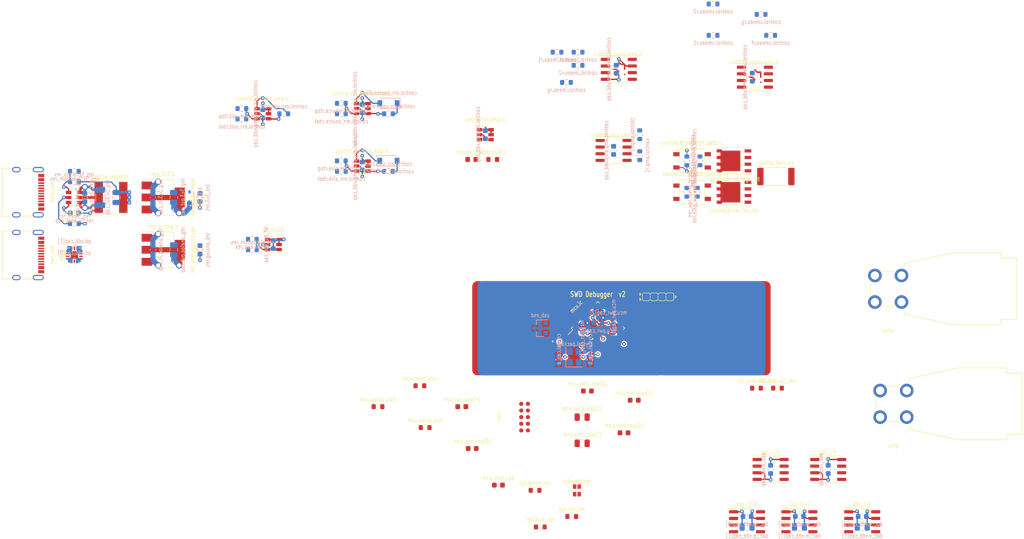
<source format=kicad_pcb>
(kicad_pcb (version 20171130) (host pcbnew "(5.1.10)-1")
  (layers (0 F.Cu signal) (1 In1.Cu signal) (2 In2.Cu signal) (31 B.Cu signal) (34 B.Paste user) (35 F.Paste user) (36 B.SilkS user) (37 F.SilkS user) (38 B.Mask user) (39 F.Mask user) (44 Edge.Cuts user))
  (net 0 "")
  (net 1 gnd)
  (net 2 vusb)
  (net 3 mcu.xtal.xtal_in)
  (net 4 swd.swd.reset)
  (net 5 v3v3)
  (net 6 crystal.crystal.b)
  (net 7 mcu.swd.swo)
  (net 8 vref)
  (net 9 adc_i.vin)
  (net 10 mcu.digital[8])
  (net 11 dac_in.spi.miso)
  (net 12 dac_in.spi.sck)
  (net 13 control.measured_voltage)
  (net 14 adc_v.cs)
  (net 15 control.driver.control)
  (net 16 control.amp.input)
  (net 17 "control.amp.(adapter)r1.b.src")
  (net 18 ref_buf.output)
  (net 19 control.imeas.input_positive)
  (net 20 control.driver.high_gate.ic.ledk)
  (net 21 mcu.digital[10])
  (net 22 "control.driver.(adapter)high_res.b.src")
  (net 23 control.driver.low_res.a)
  (net 24 control.low_en)
  (net 25 control.driver.low_gate.ic.ledk)
  (net 26 control.int_link)
  (net 27 control.err_sink.rtop.b)
  (net 28 "control.err_sink.(adapter)diode.cathode.src")
  (net 29 control.err_sink.diode.anode)
  (net 30 dac_in.out)
  (net 31 "control.err_source.(adapter)diode.anode.dst")
  (net 32 "control.err_source.(adapter)rbot.b.dst")
  (net 33 "control.err_source.(adapter)rout.a.dst")
  (net 34 control.control_current_source)
  (net 35 control.err_volt.rout.a)
  (net 36 "control.err_volt.(adapter)rbot.b.dst")
  (net 37 control.control_voltage)
  (net 38 "control.imeas.(adapter)rf.b.src")
  (net 39 control.imeas.amp.inp)
  (net 40 "(adapter)outp.port.src")
  (net 41 "control.int.(adapter)r.b.dst")
  (net 42 control.vmeas.rg.b)
  (net 43 "control.vmeas.(adapter)rf.b.src")
  (net 44 dac_ip.ldac)
  (net 45 adc_v.spi.mosi)
  (net 46 mcu.digital[6])
  (net 47 mcu.digital[5])
  (net 48 dac_v.cs)
  (net 49 data_usb.shield)
  (net 50 data_usb.B4)
  (net 51 usb_esd.usb.dp)
  (net 52 data_usb.usb.dm)
  (net 53 mcu.i2c_0.scl)
  (net 54 pd.i2c.sda)
  (net 55 led_3v3.res.a)
  (net 56 led_analog.package.k)
  (net 57 mcu.digital[1])
  (net 58 rgb.green)
  (net 59 pd.int)
  (net 60 mcu.swd.swclk)
  (net 61 swd.swd.swdio)
  (net 62 rgb.blue)
  (net 63 pwr_usb.cc.cc2)
  (net 64 pwr_usb.cc.cc1)
  (net 65 pd.ic.vconn)
  (net 66 pwr_usb.usb.dm)
  (net 67 pwr_usb.usb.dp)
  (net 68 pwr_usb.S1)
  (net 69 ref_buf.inp)
  (net 70 reg_5v.boot_cap.pos)
  (net 71 reg_5v._switch_net)
  (net 72 "reg_5v.(adapter)en_res.b.dst")
  (net 73 reg_5v.fb.output)
  (net 74 reg_5v._pwr_out_net)
  (net 75 rgb.blue_res.a)
  (net 76 rgb.package.k_green)
  (net 77 rgb.package.k_red)
  (module Package_TO_SOT_SMD:SOT-23 (layer B.Cu) (at 146 56 180)
    (fp_text reference usb_esd (at 0 2.5 180) (layer B.SilkS) (effects (font (size 0.8 0.6) (thickness 0.1)) (justify mirror)))
    (fp_text value "TPD2E009 (Texas Instruments)")
    (pad 1 smd rect (at -1 0.95 180) (size 0.9 0.8) (layers B.Cu B.Paste B.Mask) (net 52 data_usb.usb.dm))
    (pad 2 smd rect (at -1 -0.95 180) (size 0.9 0.8) (layers B.Cu B.Paste B.Mask) (net 51 usb_esd.usb.dp))
    (pad 3 smd rect (at 1 0 180) (size 0.9 0.8) (layers B.Cu B.Paste B.Mask) (net 1 gnd))
  )
  (module Package_QFP:LQFP-48_7x7mm_P0.5mm (layer F.Cu) (at 157 56 45)
    (fp_text reference mcu.ic (at 0 -5.85 45) (layer F.SilkS) (effects (font (size 0.8 0.6) (thickness 0.1))))
    (fp_text value "LPC1549JBD48 (NXP)")
    (pad 1 smd roundrect (at -4.1625 -2.75 45) (size 1.475 0.3) (layers F.Cu F.Paste F.Mask) (net 11 dac_in.spi.miso))
    (pad 2 smd roundrect (at -4.1625 -2.25 45) (size 1.475 0.3) (layers F.Cu F.Paste F.Mask) (net 46 mcu.digital[6]))
    (pad 3 smd roundrect (at -4.1625 -1.75 45) (size 1.475 0.3) (layers F.Cu F.Paste F.Mask) (net 21 mcu.digital[10]))
    (pad 4 smd roundrect (at -4.1625 -1.25 45) (size 1.475 0.3) (layers F.Cu F.Paste F.Mask) (net 10 mcu.digital[8]))
    (pad 5 smd roundrect (at -4.1625 -0.75 45) (size 1.475 0.3) (layers F.Cu F.Paste F.Mask))
    (pad 6 smd roundrect (at -4.1625 -0.25 45) (size 1.475 0.3) (layers F.Cu F.Paste F.Mask))
    (pad 7 smd roundrect (at -4.1625 0.25 45) (size 1.475 0.3) (layers F.Cu F.Paste F.Mask))
    (pad 8 smd roundrect (at -4.1625 0.75 45) (size 1.475 0.3) (layers F.Cu F.Paste F.Mask) (net 57 mcu.digital[1]))
    (pad 9 smd roundrect (at -4.1625 1.25 45) (size 1.475 0.3) (layers F.Cu F.Paste F.Mask) (net 7 mcu.swd.swo))
    (pad 10 smd roundrect (at -4.1625 1.75 45) (size 1.475 0.3) (layers F.Cu F.Paste F.Mask) (net 5 v3v3))
    (pad 11 smd roundrect (at -4.1625 2.25 45) (size 1.475 0.3) (layers F.Cu F.Paste F.Mask) (net 1 gnd))
    (pad 12 smd roundrect (at -4.1625 2.75 45) (size 1.475 0.3) (layers F.Cu F.Paste F.Mask) (net 12 dac_in.spi.sck))
    (pad 13 smd roundrect (at -2.75 4.1625 45) (size 0.3 1.475) (layers F.Cu F.Paste F.Mask))
    (pad 14 smd roundrect (at -2.25 4.1625 45) (size 0.3 1.475) (layers F.Cu F.Paste F.Mask) (net 5 v3v3))
    (pad 15 smd roundrect (at -1.75 4.1625 45) (size 0.3 1.475) (layers F.Cu F.Paste F.Mask))
    (pad 16 smd roundrect (at -1.25 4.1625 45) (size 0.3 1.475) (layers F.Cu F.Paste F.Mask) (net 5 v3v3))
    (pad 17 smd roundrect (at -0.75 4.1625 45) (size 0.3 1.475) (layers F.Cu F.Paste F.Mask) (net 1 gnd))
    (pad 18 smd roundrect (at -0.25 4.1625 45) (size 0.3 1.475) (layers F.Cu F.Paste F.Mask))
    (pad 19 smd roundrect (at 0.25 4.1625 45) (size 0.3 1.475) (layers F.Cu F.Paste F.Mask))
    (pad 20 smd roundrect (at 0.75 4.1625 45) (size 0.3 1.475) (layers F.Cu F.Paste F.Mask) (net 1 gnd))
    (pad 21 smd roundrect (at 1.25 4.1625 45) (size 0.3 1.475) (layers F.Cu F.Paste F.Mask) (net 58 rgb.green))
    (pad 22 smd roundrect (at 1.75 4.1625 45) (size 0.3 1.475) (layers F.Cu F.Paste F.Mask) (net 59 pd.int))
    (pad 23 smd roundrect (at 2.25 4.1625 45) (size 0.3 1.475) (layers F.Cu F.Paste F.Mask))
    (pad 24 smd roundrect (at 2.75 4.1625 45) (size 0.3 1.475) (layers F.Cu F.Paste F.Mask))
    (pad 25 smd roundrect (at 4.1625 2.75 45) (size 1.475 0.3) (layers F.Cu F.Paste F.Mask) (net 6 crystal.crystal.b))
    (pad 26 smd roundrect (at 4.1625 2.25 45) (size 1.475 0.3) (layers F.Cu F.Paste F.Mask) (net 3 mcu.xtal.xtal_in))
    (pad 27 smd roundrect (at 4.1625 1.75 45) (size 1.475 0.3) (layers F.Cu F.Paste F.Mask) (net 5 v3v3))
    (pad 28 smd roundrect (at 4.1625 1.25 45) (size 1.475 0.3) (layers F.Cu F.Paste F.Mask) (net 24 control.low_en))
    (pad 29 smd roundrect (at 4.1625 0.75 45) (size 1.475 0.3) (layers F.Cu F.Paste F.Mask) (net 60 mcu.swd.swclk))
    (pad 30 smd roundrect (at 4.1625 0.25 45) (size 1.475 0.3) (layers F.Cu F.Paste F.Mask) (net 5 v3v3))
    (pad 31 smd roundrect (at 4.1625 -0.25 45) (size 1.475 0.3) (layers F.Cu F.Paste F.Mask))
    (pad 32 smd roundrect (at 4.1625 -0.75 45) (size 1.475 0.3) (layers F.Cu F.Paste F.Mask))
    (pad 33 smd roundrect (at 4.1625 -1.25 45) (size 1.475 0.3) (layers F.Cu F.Paste F.Mask) (net 61 swd.swd.swdio))
    (pad 34 smd roundrect (at 4.1625 -1.75 45) (size 1.475 0.3) (layers F.Cu F.Paste F.Mask) (net 4 swd.swd.reset))
    (pad 35 smd roundrect (at 4.1625 -2.25 45) (size 1.475 0.3) (layers F.Cu F.Paste F.Mask) (net 51 usb_esd.usb.dp))
    (pad 36 smd roundrect (at 4.1625 -2.75 45) (size 1.475 0.3) (layers F.Cu F.Paste F.Mask) (net 52 data_usb.usb.dm))
    (pad 37 smd roundrect (at 2.75 -4.1625 45) (size 0.3 1.475) (layers F.Cu F.Paste F.Mask))
    (pad 38 smd roundrect (at 2.25 -4.1625 45) (size 0.3 1.475) (layers F.Cu F.Paste F.Mask))
    (pad 39 smd roundrect (at 1.75 -4.1625 45) (size 0.3 1.475) (layers F.Cu F.Paste F.Mask) (net 5 v3v3))
    (pad 40 smd roundrect (at 1.25 -4.1625 45) (size 0.3 1.475) (layers F.Cu F.Paste F.Mask) (net 1 gnd))
    (pad 41 smd roundrect (at 0.75 -4.1625 45) (size 0.3 1.475) (layers F.Cu F.Paste F.Mask) (net 1 gnd))
    (pad 42 smd roundrect (at 0.25 -4.1625 45) (size 0.3 1.475) (layers F.Cu F.Paste F.Mask) (net 5 v3v3))
    (pad 43 smd roundrect (at -0.25 -4.1625 45) (size 0.3 1.475) (layers F.Cu F.Paste F.Mask) (net 48 dac_v.cs))
    (pad 44 smd roundrect (at -0.75 -4.1625 45) (size 0.3 1.475) (layers F.Cu F.Paste F.Mask) (net 44 dac_ip.ldac))
    (pad 45 smd roundrect (at -1.25 -4.1625 45) (size 0.3 1.475) (layers F.Cu F.Paste F.Mask) (net 62 rgb.blue))
    (pad 46 smd roundrect (at -1.75 -4.1625 45) (size 0.3 1.475) (layers F.Cu F.Paste F.Mask) (net 45 adc_v.spi.mosi))
    (pad 47 smd roundrect (at -2.25 -4.1625 45) (size 0.3 1.475) (layers F.Cu F.Paste F.Mask) (net 47 mcu.digital[5]))
    (pad 48 smd roundrect (at -2.75 -4.1625 45) (size 0.3 1.475) (layers F.Cu F.Paste F.Mask) (net 14 adc_v.cs))
  )
  (module Capacitor_SMD:C_0603_1608Metric (layer B.Cu) (at 157 53)
    (fp_text reference mcu.pwr_cap[2] (at 2 0) (layer B.SilkS) (effects (font (size 0.8 0.6) (thickness 0.1)) (justify mirror)))
    (fp_text value "CL10B104KB8NNNC (Samsung Electro-Mechanics) - 0.1µF, 50V")
    (pad 1 smd roundrect (at -0.7875 0) (size 0.875 0.95) (layers B.Cu B.Paste B.Mask) (net 5 v3v3))
    (pad 2 smd roundrect (at 0.7875 0) (size 0.875 0.95) (layers B.Cu B.Paste B.Mask) (net 1 gnd))
  )
  (module Capacitor_SMD:C_0603_1608Metric (layer B.Cu) (at 160 56 270)
    (fp_text reference mcu.pwr_cap[1] (at -2 0 270) (layer B.SilkS) (effects (font (size 0.8 0.6) (thickness 0.1)) (justify mirror)))
    (fp_text value "CL10B103KB8NNNC (Samsung Electro-Mechanics) - 10000pF, 50V")
    (pad 2 smd roundrect (at 0.7875 0 270) (size 0.875 0.95) (layers B.Cu B.Paste B.Mask) (net 1 gnd))
    (pad 1 smd roundrect (at -0.7875 0 270) (size 0.875 0.95) (layers B.Cu B.Paste B.Mask) (net 5 v3v3))
  )
  (module Capacitor_SMD:C_0603_1608Metric (layer B.Cu) (at 154 56 90)
    (fp_text reference mcu.pwr_cap[3] (at -2 0 90) (layer B.SilkS) (effects (font (size 0.8 0.6) (thickness 0.1)) (justify mirror)))
    (fp_text value "CL10B103KB8NNNC (Samsung Electro-Mechanics) - 10000pF, 50V")
    (pad 1 smd roundrect (at -0.7875 0 90) (size 0.875 0.95) (layers B.Cu B.Paste B.Mask) (net 5 v3v3))
    (pad 2 smd roundrect (at 0.7875 0 90) (size 0.875 0.95) (layers B.Cu B.Paste B.Mask) (net 1 gnd))
  )
  (module Capacitor_SMD:C_0603_1608Metric (layer B.Cu) (at 149.5 62 270)
    (fp_text reference crystal.cap_a (at -2 0 270) (layer B.SilkS) (effects (font (size 0.8 0.6) (thickness 0.1)) (justify mirror)))
    (fp_text value "CL10C100JB8NNNC (Samsung Electro-Mechanics) - 10pF, 50V")
    (pad 2 smd roundrect (at 0.7875 0 270) (size 0.875 0.95) (layers B.Cu B.Paste B.Mask) (net 1 gnd))
    (pad 1 smd roundrect (at -0.7875 0 270) (size 0.875 0.95) (layers B.Cu B.Paste B.Mask) (net 3 mcu.xtal.xtal_in))
  )
  (module Capacitor_SMD:C_0603_1608Metric (layer B.Cu) (at 155.5 62 270)
    (fp_text reference crystal.cap_b (at -2 0 270) (layer B.SilkS) (effects (font (size 0.8 0.6) (thickness 0.1)) (justify mirror)))
    (fp_text value "CL10C100JB8NNNC (Samsung Electro-Mechanics) - 10pF, 50V")
    (pad 1 smd roundrect (at -0.7875 0 270) (size 0.875 0.95) (layers B.Cu B.Paste B.Mask) (net 6 crystal.crystal.b))
    (pad 2 smd roundrect (at 0.7875 0 270) (size 0.875 0.95) (layers B.Cu B.Paste B.Mask) (net 1 gnd))
  )
  (module Oscillator:Oscillator_SMD_Abracon_ASE-4Pin_3.2x2.5mm (layer B.Cu) (at 152.5 61.5 90)
    (fp_text reference crystal.package (at 2.5 0 180) (layer B.SilkS) (effects (font (size 0.8 0.6) (thickness 0.1)) (justify mirror)))
    (fp_text value "ABM8G-106-12.000MHZ-T (Abracon LLC) - 12MHz, 10pF")
    (pad 1 smd rect (at -1.05 -0.825 90) (size 1.3 1.1) (layers B.Cu B.Paste B.Mask) (net 3 mcu.xtal.xtal_in))
    (pad 2 smd rect (at 1.05 -0.825 90) (size 1.3 1.1) (layers B.Cu B.Paste B.Mask) (net 1 gnd))
    (pad 3 smd rect (at 1.05 0.825 90) (size 1.3 1.1) (layers B.Cu B.Paste B.Mask) (net 6 crystal.crystal.b))
    (pad 4 smd rect (at -1.05 0.825 90) (size 1.3 1.1) (layers B.Cu B.Paste B.Mask) (net 1 gnd))
  )
  (module Package_SO:SO-8_3.9x4.9mm_P1.27mm (layer F.Cu) (at 201 83)
    (fp_text reference adc_i.ic (at 0 -3.4) (layer F.SilkS) (effects (font (size 0.8 0.6) (thickness 0.1))))
    (fp_text value "MCP3201T-BI/SN (Microchip Technology)")
    (pad 1 smd roundrect (at -2.575 -1.905) (size 1.75 0.6) (layers F.Cu F.Paste F.Mask) (net 8 vref))
    (pad 2 smd roundrect (at -2.575 -0.635) (size 1.75 0.6) (layers F.Cu F.Paste F.Mask) (net 9 adc_i.vin))
    (pad 3 smd roundrect (at -2.575 0.635) (size 1.75 0.6) (layers F.Cu F.Paste F.Mask) (net 1 gnd))
    (pad 4 smd roundrect (at -2.575 1.905) (size 1.75 0.6) (layers F.Cu F.Paste F.Mask) (net 1 gnd))
    (pad 5 smd roundrect (at 2.575 1.905) (size 1.75 0.6) (layers F.Cu F.Paste F.Mask) (net 10 mcu.digital[8]))
    (pad 6 smd roundrect (at 2.575 0.635) (size 1.75 0.6) (layers F.Cu F.Paste F.Mask) (net 11 dac_in.spi.miso))
    (pad 7 smd roundrect (at 2.575 -0.635) (size 1.75 0.6) (layers F.Cu F.Paste F.Mask) (net 12 dac_in.spi.sck))
    (pad 8 smd roundrect (at 2.575 -1.905) (size 1.75 0.6) (layers F.Cu F.Paste F.Mask) (net 5 v3v3))
  )
  (module Capacitor_SMD:C_0603_1608Metric (layer B.Cu) (at 201 83 270)
    (fp_text reference adc_i.vdd_cap (at 0 1.43 270) (layer B.SilkS) (effects (font (size 0.8 0.6) (thickness 0.1)) (justify mirror)))
    (fp_text value "CL10A105KP8NNNC (Samsung Electro-Mechanics) - 1µF, 10V")
    (pad 2 smd roundrect (at 0.775 0 270) (size 0.9 0.95) (layers B.Cu B.Paste B.Mask) (net 1 gnd))
    (pad 1 smd roundrect (at -0.775 0 270) (size 0.9 0.95) (layers B.Cu B.Paste B.Mask) (net 5 v3v3))
  )
  (module Package_SO:SO-8_3.9x4.9mm_P1.27mm (layer F.Cu) (at 190 83)
    (fp_text reference adc_v.ic (at 0 -3.4) (layer F.SilkS) (effects (font (size 0.8 0.6) (thickness 0.1))))
    (fp_text value "MCP3201T-BI/SN (Microchip Technology)")
    (pad 1 smd roundrect (at -2.575 -1.905) (size 1.75 0.6) (layers F.Cu F.Paste F.Mask) (net 8 vref))
    (pad 2 smd roundrect (at -2.575 -0.635) (size 1.75 0.6) (layers F.Cu F.Paste F.Mask) (net 13 control.measured_voltage))
    (pad 3 smd roundrect (at -2.575 0.635) (size 1.75 0.6) (layers F.Cu F.Paste F.Mask) (net 1 gnd))
    (pad 4 smd roundrect (at -2.575 1.905) (size 1.75 0.6) (layers F.Cu F.Paste F.Mask) (net 1 gnd))
    (pad 5 smd roundrect (at 2.575 1.905) (size 1.75 0.6) (layers F.Cu F.Paste F.Mask) (net 14 adc_v.cs))
    (pad 6 smd roundrect (at 2.575 0.635) (size 1.75 0.6) (layers F.Cu F.Paste F.Mask) (net 11 dac_in.spi.miso))
    (pad 7 smd roundrect (at 2.575 -0.635) (size 1.75 0.6) (layers F.Cu F.Paste F.Mask) (net 12 dac_in.spi.sck))
    (pad 8 smd roundrect (at 2.575 -1.905) (size 1.75 0.6) (layers F.Cu F.Paste F.Mask) (net 5 v3v3))
  )
  (module Capacitor_SMD:C_0603_1608Metric (layer B.Cu) (at 190 83 270)
    (fp_text reference adc_v.vdd_cap (at 0 1.43 270) (layer B.SilkS) (effects (font (size 0.8 0.6) (thickness 0.1)) (justify mirror)))
    (fp_text value "CL10A105KP8NNNC (Samsung Electro-Mechanics) - 1µF, 10V")
    (pad 1 smd roundrect (at -0.775 0 270) (size 0.9 0.95) (layers B.Cu B.Paste B.Mask) (net 5 v3v3))
    (pad 2 smd roundrect (at 0.775 0 270) (size 0.9 0.95) (layers B.Cu B.Paste B.Mask) (net 1 gnd))
  )
  (module Package_SO:SO-8_3.9x4.9mm_P1.27mm (layer F.Cu) (at 160 22)
    (fp_text reference control.amp.amp.ic (at 0 -2.9) (layer F.SilkS) (effects (font (size 0.8 0.6) (thickness 0.1))))
    (fp_text value "OPA197IDR (Texas Instruments)")
    (pad 8 smd roundrect (at 2.575 -1.905) (size 1.75 0.6) (layers F.Cu F.Paste F.Mask))
    (pad 7 smd roundrect (at 2.575 -0.635) (size 1.75 0.6) (layers F.Cu F.Paste F.Mask) (net 2 vusb))
    (pad 6 smd roundrect (at 2.575 0.635) (size 1.75 0.6) (layers F.Cu F.Paste F.Mask) (net 15 control.driver.control))
    (pad 5 smd roundrect (at 2.575 1.905) (size 1.75 0.6) (layers F.Cu F.Paste F.Mask))
    (pad 4 smd roundrect (at -2.575 1.905) (size 1.75 0.6) (layers F.Cu F.Paste F.Mask) (net 1 gnd))
    (pad 3 smd roundrect (at -2.575 0.635) (size 1.75 0.6) (layers F.Cu F.Paste F.Mask) (net 16 control.amp.input))
    (pad 2 smd roundrect (at -2.575 -0.635) (size 1.75 0.6) (layers F.Cu F.Paste F.Mask) (net 17 "control.amp.(adapter)r1.b.src"))
    (pad 1 smd roundrect (at -2.575 -1.905) (size 1.75 0.6) (layers F.Cu F.Paste F.Mask))
  )
  (module Capacitor_SMD:C_0603_1608Metric (layer B.Cu) (at 160 22 270)
    (fp_text reference control.amp.amp.vdd_cap (at 0 1.43 90) (layer B.SilkS) (effects (font (size 0.8 0.6) (thickness 0.1)) (justify mirror)))
    (fp_text value "CL10B104KB8NNNC (Samsung Electro-Mechanics) - 0.1µF, 50V")
    (pad 1 smd roundrect (at -0.775 0 270) (size 0.9 0.95) (layers B.Cu B.Paste B.Mask) (net 2 vusb))
    (pad 2 smd roundrect (at 0.775 0 270) (size 0.9 0.95) (layers B.Cu B.Paste B.Mask) (net 1 gnd))
  )
  (module Resistor_SMD:R_0603_1608Metric (layer B.Cu) (at 165 23 90)
    (fp_text reference control.amp.r1 (at 0 1.43 90) (layer B.SilkS) (effects (font (size 0.8 0.6) (thickness 0.1)) (justify mirror)))
    (fp_text value "39k, 1%, 0.1 W")
    (pad 2 smd roundrect (at 0.825 0 90) (size 0.8 0.95) (layers B.Cu B.Paste B.Mask) (net 17 "control.amp.(adapter)r1.b.src"))
    (pad 1 smd roundrect (at -0.825 0 90) (size 0.8 0.95) (layers B.Cu B.Paste B.Mask) (net 15 control.driver.control))
  )
  (module Resistor_SMD:R_0603_1608Metric (layer B.Cu) (at 165 19 270)
    (fp_text reference control.amp.r2 (at 0 1.43 90) (layer B.SilkS) (effects (font (size 0.8 0.6) (thickness 0.1)) (justify mirror)))
    (fp_text value "2k, 1%, 0.1 W")
    (pad 1 smd roundrect (at -0.825 0 270) (size 0.8 0.95) (layers B.Cu B.Paste B.Mask) (net 17 "control.amp.(adapter)r1.b.src"))
    (pad 2 smd roundrect (at 0.825 0 270) (size 0.8 0.95) (layers B.Cu B.Paste B.Mask) (net 18 ref_buf.output))
  )
  (module Package_SO:PowerPAK_SO-8_Single (layer F.Cu) (at 183 24 180)
    (fp_text reference control.driver.high_fet (at 0 -3.5) (layer F.SilkS) (effects (font (size 0.8 0.6) (thickness 0.1))))
    (fp_text value "SIR172ADP-T1-GE3 (Vishay Siliconix) - Vds=30 V, Ids=24A (Tc)")
    (pad 5 smd rect (at 0.69 0 180) (size 3.81 3.91) (layers F.Cu F.Paste F.Mask) (net 2 vusb))
    (pad 5 smd rect (at 2.795 -1.905 180) (size 1.02 0.61) (layers F.Cu F.Paste F.Mask) (net 2 vusb))
    (pad 5 smd rect (at 2.795 -0.635 180) (size 1.02 0.61) (layers F.Cu F.Paste F.Mask) (net 2 vusb))
    (pad 5 smd rect (at 2.795 0.635 180) (size 1.02 0.61) (layers F.Cu F.Paste F.Mask) (net 2 vusb))
    (pad 5 smd rect (at 2.795 1.905 180) (size 1.02 0.61) (layers F.Cu F.Paste F.Mask) (net 2 vusb))
    (pad 4 smd rect (at -2.67 1.905 180) (size 1.27 0.61) (layers F.Cu F.Paste F.Mask) (net 19 control.imeas.input_positive))
    (pad 3 smd rect (at -2.67 0.635 180) (size 1.27 0.61) (layers F.Cu F.Paste F.Mask) (net 19 control.imeas.input_positive))
    (pad 2 smd rect (at -2.67 -0.635 180) (size 1.27 0.61) (layers F.Cu F.Paste F.Mask) (net 19 control.imeas.input_positive))
    (pad 1 smd rect (at -2.67 -1.905 180) (size 1.27 0.61) (layers F.Cu F.Paste F.Mask) (net 19 control.imeas.input_positive))
  )
  (module Package_SO:SO-4_4.4x4.3mm_P2.54mm (layer F.Cu) (at 175 24)
    (fp_text reference control.driver.high_gate.ic (at 0 -3.5) (layer F.SilkS) (effects (font (size 0.8 0.6) (thickness 0.1))))
    (fp_text value "G3VM-61GR2 (Omron Electronics)")
    (pad 3 smd rect (at 3 1.27 270) (size 0.8 1.2) (layers F.Cu F.Paste F.Mask) (net 15 control.driver.control))
    (pad 2 smd rect (at -3 1.27 270) (size 0.8 1.2) (layers F.Cu F.Paste F.Mask) (net 20 control.driver.high_gate.ic.ledk))
    (pad 1 smd rect (at -3 -1.27 270) (size 0.8 1.2) (layers F.Cu F.Paste F.Mask) (net 21 mcu.digital[10]))
    (pad 4 smd rect (at 3 -1.27 270) (size 0.8 1.2) (layers F.Cu F.Paste F.Mask) (net 22 "control.driver.(adapter)high_res.b.src"))
  )
  (module Resistor_SMD:R_0603_1608Metric (layer B.Cu) (at 174 24 90)
    (fp_text reference control.driver.high_gate.res (at 0 1.43 270) (layer B.SilkS) (effects (font (size 0.8 0.6) (thickness 0.1)) (justify mirror)))
    (fp_text value "220, 1%, 0.1 W")
    (pad 2 smd roundrect (at 0.825 0 90) (size 0.8 0.95) (layers B.Cu B.Paste B.Mask) (net 1 gnd))
    (pad 1 smd roundrect (at -0.825 0 90) (size 0.8 0.95) (layers B.Cu B.Paste B.Mask) (net 20 control.driver.high_gate.ic.ledk))
  )
  (module Resistor_SMD:R_0603_1608Metric (layer B.Cu) (at 176.5 24 270)
    (fp_text reference control.driver.high_res (at 0 1.43 270) (layer B.SilkS) (effects (font (size 0.8 0.6) (thickness 0.1)) (justify mirror)))
    (fp_text value "4.7k, 1%, 0.1 W")
    (pad 1 smd roundrect (at -0.825 0 270) (size 0.8 0.95) (layers B.Cu B.Paste B.Mask) (net 22 "control.driver.(adapter)high_res.b.src"))
    (pad 2 smd roundrect (at 0.825 0 270) (size 0.8 0.95) (layers B.Cu B.Paste B.Mask) (net 22 "control.driver.(adapter)high_res.b.src"))
  )
  (module Package_SO:PowerPAK_SO-8_Single (layer F.Cu) (at 183 30 180)
    (fp_text reference control.driver.low_fet (at 0 -3.5) (layer F.SilkS) (effects (font (size 0.8 0.6) (thickness 0.1))))
    (fp_text value "SQJ433EP-T1_GE3 (Vishay Siliconix) - Vds=30 V, Ids=75A (Tc)")
    (pad 1 smd rect (at -2.67 -1.905 180) (size 1.27 0.61) (layers F.Cu F.Paste F.Mask) (net 19 control.imeas.input_positive))
    (pad 2 smd rect (at -2.67 -0.635 180) (size 1.27 0.61) (layers F.Cu F.Paste F.Mask) (net 19 control.imeas.input_positive))
    (pad 3 smd rect (at -2.67 0.635 180) (size 1.27 0.61) (layers F.Cu F.Paste F.Mask) (net 19 control.imeas.input_positive))
    (pad 4 smd rect (at -2.67 1.905 180) (size 1.27 0.61) (layers F.Cu F.Paste F.Mask) (net 19 control.imeas.input_positive))
    (pad 5 smd rect (at 2.795 1.905 180) (size 1.02 0.61) (layers F.Cu F.Paste F.Mask) (net 1 gnd))
    (pad 5 smd rect (at 2.795 0.635 180) (size 1.02 0.61) (layers F.Cu F.Paste F.Mask) (net 1 gnd))
    (pad 5 smd rect (at 2.795 -0.635 180) (size 1.02 0.61) (layers F.Cu F.Paste F.Mask) (net 1 gnd))
    (pad 5 smd rect (at 2.795 -1.905 180) (size 1.02 0.61) (layers F.Cu F.Paste F.Mask) (net 1 gnd))
    (pad 5 smd rect (at 0.69 0 180) (size 3.81 3.91) (layers F.Cu F.Paste F.Mask) (net 1 gnd))
  )
  (module Package_SO:SO-4_4.4x4.3mm_P2.54mm (layer F.Cu) (at 175 30)
    (fp_text reference control.driver.low_gate.ic (at 0 -3.5) (layer F.SilkS) (effects (font (size 0.8 0.6) (thickness 0.1))))
    (fp_text value "G3VM-61GR2 (Omron Electronics)")
    (pad 4 smd rect (at 3 -1.27 270) (size 0.8 1.2) (layers F.Cu F.Paste F.Mask) (net 23 control.driver.low_res.a))
    (pad 1 smd rect (at -3 -1.27 270) (size 0.8 1.2) (layers F.Cu F.Paste F.Mask) (net 24 control.low_en))
    (pad 2 smd rect (at -3 1.27 270) (size 0.8 1.2) (layers F.Cu F.Paste F.Mask) (net 25 control.driver.low_gate.ic.ledk))
    (pad 3 smd rect (at 3 1.27 270) (size 0.8 1.2) (layers F.Cu F.Paste F.Mask) (net 15 control.driver.control))
  )
  (module Resistor_SMD:R_0603_1608Metric (layer B.Cu) (at 174 30 90)
    (fp_text reference control.driver.low_gate.res (at 0 1.43 270) (layer B.SilkS) (effects (font (size 0.8 0.6) (thickness 0.1)) (justify mirror)))
    (fp_text value "220, 1%, 0.1 W")
    (pad 1 smd roundrect (at -0.825 0 90) (size 0.8 0.95) (layers B.Cu B.Paste B.Mask) (net 25 control.driver.low_gate.ic.ledk))
    (pad 2 smd roundrect (at 0.825 0 90) (size 0.8 0.95) (layers B.Cu B.Paste B.Mask) (net 1 gnd))
  )
  (module Resistor_SMD:R_0603_1608Metric (layer B.Cu) (at 176 30 270)
    (fp_text reference control.driver.low_res (at 0 1.43 90) (layer B.SilkS) (effects (font (size 0.8 0.6) (thickness 0.1)) (justify mirror)))
    (fp_text value "4.7k, 1%, 0.1 W")
    (pad 1 smd roundrect (at -0.825 0 270) (size 0.8 0.95) (layers B.Cu B.Paste B.Mask) (net 23 control.driver.low_res.a))
    (pad 2 smd roundrect (at 0.825 0 270) (size 0.8 0.95) (layers B.Cu B.Paste B.Mask) (net 23 control.driver.low_res.a))
  )
  (module Package_TO_SOT_SMD:SOT-23-6 (layer F.Cu) (at 112 25)
    (fp_text reference control.err_sink.amp.ic (at 0 -2.9) (layer F.SilkS) (effects (font (size 0.8 0.6) (thickness 0.1))))
    (fp_text value "TLV9061SQDBVRQ1 (Texas Instruments)")
    (pad 5 smd rect (at 1.1 0) (size 1.06 0.65) (layers F.Cu F.Paste F.Mask) (net 5 v3v3))
    (pad 6 smd rect (at 1.1 -0.95) (size 1.06 0.65) (layers F.Cu F.Paste F.Mask) (net 5 v3v3))
    (pad 4 smd rect (at 1.1 0.95) (size 1.06 0.65) (layers F.Cu F.Paste F.Mask) (net 26 control.int_link))
    (pad 3 smd rect (at -1.1 0.95) (size 1.06 0.65) (layers F.Cu F.Paste F.Mask) (net 27 control.err_sink.rtop.b))
    (pad 2 smd rect (at -1.1 0) (size 1.06 0.65) (layers F.Cu F.Paste F.Mask) (net 1 gnd))
    (pad 1 smd rect (at -1.1 -0.95) (size 1.06 0.65) (layers F.Cu F.Paste F.Mask) (net 28 "control.err_sink.(adapter)diode.cathode.src"))
  )
  (module Capacitor_SMD:C_0603_1608Metric (layer B.Cu) (at 112 25 270)
    (fp_text reference control.err_sink.amp.vdd_cap (at 0 1.43 90) (layer B.SilkS) (effects (font (size 0.8 0.6) (thickness 0.1)) (justify mirror)))
    (fp_text value "CL10B104KB8NNNC (Samsung Electro-Mechanics) - 0.1µF, 50V")
    (pad 1 smd roundrect (at -0.775 0 270) (size 0.9 0.95) (layers B.Cu B.Paste B.Mask) (net 5 v3v3))
    (pad 2 smd roundrect (at 0.775 0 270) (size 0.9 0.95) (layers B.Cu B.Paste B.Mask) (net 1 gnd))
  )
  (module Diode_SMD:D_SOD-123 (layer B.Cu) (at 117 24)
    (fp_text reference control.err_sink.diode (at 0 2) (layer B.SilkS) (effects (font (size 0.8 0.6) (thickness 0.1)) (justify mirror)))
    (fp_text value "DSS14UTR (SMC Diode Solutions) - Vr=40V, I=1A")
    (pad 1 smd rect (at -1.65 0) (size 0.9 1.2) (layers B.Cu B.Paste B.Mask) (net 28 "control.err_sink.(adapter)diode.cathode.src"))
    (pad 2 smd rect (at 1.65 0) (size 0.9 1.2) (layers B.Cu B.Paste B.Mask) (net 29 control.err_sink.diode.anode))
  )
  (module Resistor_SMD:R_0603_1608Metric (layer B.Cu) (at 108 26)
    (fp_text reference control.err_sink.rbot (at 0 1.43) (layer B.SilkS) (effects (font (size 0.8 0.6) (thickness 0.1)) (justify mirror)))
    (fp_text value "100k, 1%, 0.1 W")
    (pad 2 smd roundrect (at 0.825 0) (size 0.8 0.95) (layers B.Cu B.Paste B.Mask) (net 27 control.err_sink.rtop.b))
    (pad 1 smd roundrect (at -0.825 0) (size 0.8 0.95) (layers B.Cu B.Paste B.Mask) (net 9 adc_i.vin))
  )
  (module Resistor_SMD:R_0603_1608Metric (layer B.Cu) (at 117 26 180)
    (fp_text reference control.err_sink.rout (at 0 1.43) (layer B.SilkS) (effects (font (size 0.8 0.6) (thickness 0.1)) (justify mirror)))
    (fp_text value "4.7k, 1%, 0.1 W")
    (pad 1 smd roundrect (at -0.825 0 180) (size 0.8 0.95) (layers B.Cu B.Paste B.Mask) (net 29 control.err_sink.diode.anode))
    (pad 2 smd roundrect (at 0.825 0 180) (size 0.8 0.95) (layers B.Cu B.Paste B.Mask) (net 26 control.int_link))
  )
  (module Resistor_SMD:R_0603_1608Metric (layer B.Cu) (at 108 24)
    (fp_text reference control.err_sink.rtop (at 0 1.43) (layer B.SilkS) (effects (font (size 0.8 0.6) (thickness 0.1)) (justify mirror)))
    (fp_text value "100k, 1%, 0.1 W")
    (pad 1 smd roundrect (at -0.825 0) (size 0.8 0.95) (layers B.Cu B.Paste B.Mask) (net 30 dac_in.out))
    (pad 2 smd roundrect (at 0.825 0) (size 0.8 0.95) (layers B.Cu B.Paste B.Mask) (net 27 control.err_sink.rtop.b))
  )
  (module Package_TO_SOT_SMD:SOT-23-6 (layer F.Cu) (at 112 14)
    (fp_text reference control.err_source.amp.ic (at 0 -2.9) (layer F.SilkS) (effects (font (size 0.8 0.6) (thickness 0.1))))
    (fp_text value "TLV9061SQDBVRQ1 (Texas Instruments)")
    (pad 1 smd rect (at -1.1 -0.95) (size 1.06 0.65) (layers F.Cu F.Paste F.Mask) (net 31 "control.err_source.(adapter)diode.anode.dst"))
    (pad 2 smd rect (at -1.1 0) (size 1.06 0.65) (layers F.Cu F.Paste F.Mask) (net 1 gnd))
    (pad 3 smd rect (at -1.1 0.95) (size 1.06 0.65) (layers F.Cu F.Paste F.Mask) (net 32 "control.err_source.(adapter)rbot.b.dst"))
    (pad 4 smd rect (at 1.1 0.95) (size 1.06 0.65) (layers F.Cu F.Paste F.Mask) (net 26 control.int_link))
    (pad 6 smd rect (at 1.1 -0.95) (size 1.06 0.65) (layers F.Cu F.Paste F.Mask) (net 5 v3v3))
    (pad 5 smd rect (at 1.1 0) (size 1.06 0.65) (layers F.Cu F.Paste F.Mask) (net 5 v3v3))
  )
  (module Capacitor_SMD:C_0603_1608Metric (layer B.Cu) (at 112 14 270)
    (fp_text reference control.err_source.amp.vdd_cap (at 0 1.43 90) (layer B.SilkS) (effects (font (size 0.8 0.6) (thickness 0.1)) (justify mirror)))
    (fp_text value "CL10B104KB8NNNC (Samsung Electro-Mechanics) - 0.1µF, 50V")
    (pad 2 smd roundrect (at 0.775 0 270) (size 0.9 0.95) (layers B.Cu B.Paste B.Mask) (net 1 gnd))
    (pad 1 smd roundrect (at -0.775 0 270) (size 0.9 0.95) (layers B.Cu B.Paste B.Mask) (net 5 v3v3))
  )
  (module Diode_SMD:D_SOD-123 (layer B.Cu) (at 117 13 180)
    (fp_text reference control.err_source.diode (at 0 2) (layer B.SilkS) (effects (font (size 0.8 0.6) (thickness 0.1)) (justify mirror)))
    (fp_text value "DSS14UTR (SMC Diode Solutions) - Vr=40V, I=1A")
    (pad 2 smd rect (at 1.65 0 180) (size 0.9 1.2) (layers B.Cu B.Paste B.Mask) (net 31 "control.err_source.(adapter)diode.anode.dst"))
    (pad 1 smd rect (at -1.65 0 180) (size 0.9 1.2) (layers B.Cu B.Paste B.Mask) (net 33 "control.err_source.(adapter)rout.a.dst"))
  )
  (module Resistor_SMD:R_0603_1608Metric (layer B.Cu) (at 108 15)
    (fp_text reference control.err_source.rbot (at 0 1.43 180) (layer B.SilkS) (effects (font (size 0.8 0.6) (thickness 0.1)) (justify mirror)))
    (fp_text value "100k, 1%, 0.1 W")
    (pad 1 smd roundrect (at -0.825 0) (size 0.8 0.95) (layers B.Cu B.Paste B.Mask) (net 9 adc_i.vin))
    (pad 2 smd roundrect (at 0.825 0) (size 0.8 0.95) (layers B.Cu B.Paste B.Mask) (net 32 "control.err_source.(adapter)rbot.b.dst"))
  )
  (module Resistor_SMD:R_0603_1608Metric (layer B.Cu) (at 117 15 180)
    (fp_text reference control.err_source.rout (at 0 1.43 180) (layer B.SilkS) (effects (font (size 0.8 0.6) (thickness 0.1)) (justify mirror)))
    (fp_text value "4.7k, 1%, 0.1 W")
    (pad 2 smd roundrect (at 0.825 0 180) (size 0.8 0.95) (layers B.Cu B.Paste B.Mask) (net 26 control.int_link))
    (pad 1 smd roundrect (at -0.825 0 180) (size 0.8 0.95) (layers B.Cu B.Paste B.Mask) (net 33 "control.err_source.(adapter)rout.a.dst"))
  )
  (module Resistor_SMD:R_0603_1608Metric (layer B.Cu) (at 108 13)
    (fp_text reference control.err_source.rtop (at 0 1.43 180) (layer B.SilkS) (effects (font (size 0.8 0.6) (thickness 0.1)) (justify mirror)))
    (fp_text value "100k, 1%, 0.1 W")
    (pad 2 smd roundrect (at 0.825 0) (size 0.8 0.95) (layers B.Cu B.Paste B.Mask) (net 32 "control.err_source.(adapter)rbot.b.dst"))
    (pad 1 smd roundrect (at -0.825 0) (size 0.8 0.95) (layers B.Cu B.Paste B.Mask) (net 34 control.control_current_source))
  )
  (module Package_TO_SOT_SMD:SOT-23-6 (layer F.Cu) (at 93 15)
    (fp_text reference control.err_volt.amp.ic (at 0 -2.9) (layer F.SilkS) (effects (font (size 0.8 0.6) (thickness 0.1))))
    (fp_text value "TLV9061SQDBVRQ1 (Texas Instruments)")
    (pad 1 smd rect (at -1.1 -0.95) (size 1.06 0.65) (layers F.Cu F.Paste F.Mask) (net 35 control.err_volt.rout.a))
    (pad 2 smd rect (at -1.1 0) (size 1.06 0.65) (layers F.Cu F.Paste F.Mask) (net 1 gnd))
    (pad 3 smd rect (at -1.1 0.95) (size 1.06 0.65) (layers F.Cu F.Paste F.Mask) (net 36 "control.err_volt.(adapter)rbot.b.dst"))
    (pad 4 smd rect (at 1.1 0.95) (size 1.06 0.65) (layers F.Cu F.Paste F.Mask) (net 26 control.int_link))
    (pad 6 smd rect (at 1.1 -0.95) (size 1.06 0.65) (layers F.Cu F.Paste F.Mask) (net 5 v3v3))
    (pad 5 smd rect (at 1.1 0) (size 1.06 0.65) (layers F.Cu F.Paste F.Mask) (net 5 v3v3))
  )
  (module Capacitor_SMD:C_0603_1608Metric (layer B.Cu) (at 93 15 270)
    (fp_text reference control.err_volt.amp.vdd_cap (at 0 1.43 90) (layer B.SilkS) (effects (font (size 0.8 0.6) (thickness 0.1)) (justify mirror)))
    (fp_text value "CL10B104KB8NNNC (Samsung Electro-Mechanics) - 0.1µF, 50V")
    (pad 1 smd roundrect (at -0.775 0 270) (size 0.9 0.95) (layers B.Cu B.Paste B.Mask) (net 5 v3v3))
    (pad 2 smd roundrect (at 0.775 0 270) (size 0.9 0.95) (layers B.Cu B.Paste B.Mask) (net 1 gnd))
  )
  (module Resistor_SMD:R_0603_1608Metric (layer B.Cu) (at 89 16)
    (fp_text reference control.err_volt.rbot (at 0 1.43) (layer B.SilkS) (effects (font (size 0.8 0.6) (thickness 0.1)) (justify mirror)))
    (fp_text value "100k, 1%, 0.1 W")
    (pad 1 smd roundrect (at -0.825 0) (size 0.8 0.95) (layers B.Cu B.Paste B.Mask) (net 13 control.measured_voltage))
    (pad 2 smd roundrect (at 0.825 0) (size 0.8 0.95) (layers B.Cu B.Paste B.Mask) (net 36 "control.err_volt.(adapter)rbot.b.dst"))
  )
  (module Resistor_SMD:R_0603_1608Metric (layer B.Cu) (at 97 15 180)
    (fp_text reference control.err_volt.rout (at 0 1.43) (layer B.SilkS) (effects (font (size 0.8 0.6) (thickness 0.1)) (justify mirror)))
    (fp_text value "4.7k, 1%, 0.1 W")
    (pad 2 smd roundrect (at 0.825 0 180) (size 0.8 0.95) (layers B.Cu B.Paste B.Mask) (net 26 control.int_link))
    (pad 1 smd roundrect (at -0.825 0 180) (size 0.8 0.95) (layers B.Cu B.Paste B.Mask) (net 35 control.err_volt.rout.a))
  )
  (module Resistor_SMD:R_0603_1608Metric (layer B.Cu) (at 89 14)
    (fp_text reference control.err_volt.rtop (at 0 1.43) (layer B.SilkS) (effects (font (size 0.8 0.6) (thickness 0.1)) (justify mirror)))
    (fp_text value "100k, 1%, 0.1 W")
    (pad 2 smd roundrect (at 0.825 0) (size 0.8 0.95) (layers B.Cu B.Paste B.Mask) (net 36 "control.err_volt.(adapter)rbot.b.dst"))
    (pad 1 smd roundrect (at -0.825 0) (size 0.8 0.95) (layers B.Cu B.Paste B.Mask) (net 37 control.control_voltage))
  )
  (module Package_SO:SO-8_3.9x4.9mm_P1.27mm (layer F.Cu) (at 161 6.5)
    (fp_text reference control.imeas.amp.ic (at 0 -2.9) (layer F.SilkS) (effects (font (size 0.8 0.6) (thickness 0.1))))
    (fp_text value "OPA197IDR (Texas Instruments)")
    (pad 1 smd roundrect (at -2.575 -1.905) (size 1.75 0.6) (layers F.Cu F.Paste F.Mask))
    (pad 2 smd roundrect (at -2.575 -0.635) (size 1.75 0.6) (layers F.Cu F.Paste F.Mask) (net 38 "control.imeas.(adapter)rf.b.src"))
    (pad 3 smd roundrect (at -2.575 0.635) (size 1.75 0.6) (layers F.Cu F.Paste F.Mask) (net 39 control.imeas.amp.inp))
    (pad 4 smd roundrect (at -2.575 1.905) (size 1.75 0.6) (layers F.Cu F.Paste F.Mask) (net 1 gnd))
    (pad 5 smd roundrect (at 2.575 1.905) (size 1.75 0.6) (layers F.Cu F.Paste F.Mask))
    (pad 6 smd roundrect (at 2.575 0.635) (size 1.75 0.6) (layers F.Cu F.Paste F.Mask) (net 9 adc_i.vin))
    (pad 7 smd roundrect (at 2.575 -0.635) (size 1.75 0.6) (layers F.Cu F.Paste F.Mask) (net 2 vusb))
    (pad 8 smd roundrect (at 2.575 -1.905) (size 1.75 0.6) (layers F.Cu F.Paste F.Mask))
  )
  (module Capacitor_SMD:C_0603_1608Metric (layer B.Cu) (at 160.5 6.5 270)
    (fp_text reference control.imeas.amp.vdd_cap (at 0 1.43 90) (layer B.SilkS) (effects (font (size 0.8 0.6) (thickness 0.1)) (justify mirror)))
    (fp_text value "CL10B104KB8NNNC (Samsung Electro-Mechanics) - 0.1µF, 50V")
    (pad 2 smd roundrect (at 0.775 0 270) (size 0.9 0.95) (layers B.Cu B.Paste B.Mask) (net 1 gnd))
    (pad 1 smd roundrect (at -0.775 0 270) (size 0.9 0.95) (layers B.Cu B.Paste B.Mask) (net 2 vusb))
  )
  (module Resistor_SMD:R_0603_1608Metric (layer B.Cu) (at 149.205001 3.224999)
    (fp_text reference control.imeas.r1 (at 0 1.43) (layer B.SilkS) (effects (font (size 0.8 0.6) (thickness 0.1)) (justify mirror)))
    (fp_text value "10k, 1%, 0.1 W")
    (pad 2 smd roundrect (at 0.825 0) (size 0.8 0.95) (layers B.Cu B.Paste B.Mask) (net 38 "control.imeas.(adapter)rf.b.src"))
    (pad 1 smd roundrect (at -0.825 0) (size 0.8 0.95) (layers B.Cu B.Paste B.Mask) (net 40 "(adapter)outp.port.src"))
  )
  (module Resistor_SMD:R_0603_1608Metric (layer B.Cu) (at 153.215001 5.734999)
    (fp_text reference control.imeas.r2 (at 0 1.43) (layer B.SilkS) (effects (font (size 0.8 0.6) (thickness 0.1)) (justify mirror)))
    (fp_text value "10k, 1%, 0.1 W")
    (pad 1 smd roundrect (at -0.825 0) (size 0.8 0.95) (layers B.Cu B.Paste B.Mask) (net 19 control.imeas.input_positive))
    (pad 2 smd roundrect (at 0.825 0) (size 0.8 0.95) (layers B.Cu B.Paste B.Mask) (net 39 control.imeas.amp.inp))
  )
  (module Resistor_SMD:R_0603_1608Metric (layer B.Cu) (at 153.215001 3.224999)
    (fp_text reference control.imeas.rf (at 0 1.43) (layer B.SilkS) (effects (font (size 0.8 0.6) (thickness 0.1)) (justify mirror)))
    (fp_text value "10k, 1%, 0.1 W")
    (pad 2 smd roundrect (at 0.825 0) (size 0.8 0.95) (layers B.Cu B.Paste B.Mask) (net 38 "control.imeas.(adapter)rf.b.src"))
    (pad 1 smd roundrect (at -0.825 0) (size 0.8 0.95) (layers B.Cu B.Paste B.Mask) (net 9 adc_i.vin))
  )
  (module Resistor_SMD:R_0603_1608Metric (layer B.Cu) (at 151 9)
    (fp_text reference control.imeas.rg (at 0 1.43) (layer B.SilkS) (effects (font (size 0.8 0.6) (thickness 0.1)) (justify mirror)))
    (fp_text value "10k, 1%, 0.1 W")
    (pad 1 smd roundrect (at -0.825 0) (size 0.8 0.95) (layers B.Cu B.Paste B.Mask) (net 18 ref_buf.output))
    (pad 2 smd roundrect (at 0.825 0) (size 0.8 0.95) (layers B.Cu B.Paste B.Mask) (net 39 control.imeas.amp.inp))
  )
  (module Package_TO_SOT_SMD:SOT-23-6 (layer F.Cu) (at 135.5 19)
    (fp_text reference control.int.amp.ic (at 0 -2.9) (layer F.SilkS) (effects (font (size 0.8 0.6) (thickness 0.1))))
    (fp_text value "TLV9061SQDBVRQ1 (Texas Instruments)")
    (pad 1 smd rect (at -1.1 -0.95) (size 1.06 0.65) (layers F.Cu F.Paste F.Mask) (net 16 control.amp.input))
    (pad 2 smd rect (at -1.1 0) (size 1.06 0.65) (layers F.Cu F.Paste F.Mask) (net 1 gnd))
    (pad 3 smd rect (at -1.1 0.95) (size 1.06 0.65) (layers F.Cu F.Paste F.Mask) (net 18 ref_buf.output))
    (pad 4 smd rect (at 1.1 0.95) (size 1.06 0.65) (layers F.Cu F.Paste F.Mask) (net 41 "control.int.(adapter)r.b.dst"))
    (pad 6 smd rect (at 1.1 -0.95) (size 1.06 0.65) (layers F.Cu F.Paste F.Mask) (net 5 v3v3))
    (pad 5 smd rect (at 1.1 0) (size 1.06 0.65) (layers F.Cu F.Paste F.Mask) (net 5 v3v3))
  )
  (module Capacitor_SMD:C_0603_1608Metric (layer B.Cu) (at 135.5 19 270)
    (fp_text reference control.int.amp.vdd_cap (at 0 1.43 90) (layer B.SilkS) (effects (font (size 0.8 0.6) (thickness 0.1)) (justify mirror)))
    (fp_text value "CL10B104KB8NNNC (Samsung Electro-Mechanics) - 0.1µF, 50V")
    (pad 1 smd roundrect (at -0.775 0 270) (size 0.9 0.95) (layers B.Cu B.Paste B.Mask) (net 5 v3v3))
    (pad 2 smd roundrect (at 0.775 0 270) (size 0.9 0.95) (layers B.Cu B.Paste B.Mask) (net 1 gnd))
  )
  (module Capacitor_SMD:C_0603_1608Metric (layer F.Cu) (at 132.905001 23.735001)
    (fp_text reference control.int.c (at 0 -1.43) (layer F.SilkS) (effects (font (size 0.8 0.6) (thickness 0.1))))
    (fp_text value "CC0603GRNPO9BN102 (Yageo) - 1000pF, 50V")
    (pad 2 smd roundrect (at 0.775 0) (size 0.9 0.95) (layers F.Cu F.Paste F.Mask) (net 41 "control.int.(adapter)r.b.dst"))
    (pad 1 smd roundrect (at -0.775 0) (size 0.9 0.95) (layers F.Cu F.Paste F.Mask) (net 16 control.amp.input))
  )
  (module Resistor_SMD:R_0603_1608Metric (layer F.Cu) (at 136.915001 23.735001)
    (fp_text reference control.int.r (at 0 -1.43) (layer F.SilkS) (effects (font (size 0.8 0.6) (thickness 0.1))))
    (fp_text value "4.7k, 1%, 0.1 W")
    (pad 1 smd roundrect (at -0.825 0) (size 0.8 0.95) (layers F.Cu F.Paste F.Mask) (net 26 control.int_link))
    (pad 2 smd roundrect (at 0.825 0) (size 0.8 0.95) (layers F.Cu F.Paste F.Mask) (net 41 "control.int.(adapter)r.b.dst"))
  )
  (module Resistor_SMD:R_2512_6332Metric (layer F.Cu) (at 191 27)
    (fp_text reference control.isen.res (at 0 -2.62) (layer F.SilkS) (effects (font (size 0.8 0.6) (thickness 0.1))))
    (fp_text value "100m, 1%, 1.0 W")
    (pad 1 smd roundrect (at -2.9625 0) (size 1.225 3.35) (layers F.Cu F.Paste F.Mask) (roundrect_rratio 0.204082) (net 19 control.imeas.input_positive))
    (pad 2 smd roundrect (at 2.9625 0) (size 1.225 3.35) (layers F.Cu F.Paste F.Mask) (roundrect_rratio 0.204082) (net 40 "(adapter)outp.port.src"))
  )
  (module Package_SO:SO-8_3.9x4.9mm_P1.27mm (layer F.Cu) (at 187 8)
    (fp_text reference control.vmeas.amp.ic (at 0 -2.9) (layer F.SilkS) (effects (font (size 0.8 0.6) (thickness 0.1))))
    (fp_text value "OPA197IDR (Texas Instruments)")
    (pad 8 smd roundrect (at 2.575 -1.905) (size 1.75 0.6) (layers F.Cu F.Paste F.Mask))
    (pad 7 smd roundrect (at 2.575 -0.635) (size 1.75 0.6) (layers F.Cu F.Paste F.Mask) (net 2 vusb))
    (pad 6 smd roundrect (at 2.575 0.635) (size 1.75 0.6) (layers F.Cu F.Paste F.Mask) (net 13 control.measured_voltage))
    (pad 5 smd roundrect (at 2.575 1.905) (size 1.75 0.6) (layers F.Cu F.Paste F.Mask))
    (pad 4 smd roundrect (at -2.575 1.905) (size 1.75 0.6) (layers F.Cu F.Paste F.Mask) (net 1 gnd))
    (pad 3 smd roundrect (at -2.575 0.635) (size 1.75 0.6) (layers F.Cu F.Paste F.Mask) (net 42 control.vmeas.rg.b))
    (pad 2 smd roundrect (at -2.575 -0.635) (size 1.75 0.6) (layers F.Cu F.Paste F.Mask) (net 43 "control.vmeas.(adapter)rf.b.src"))
    (pad 1 smd roundrect (at -2.575 -1.905) (size 1.75 0.6) (layers F.Cu F.Paste F.Mask))
  )
  (module Capacitor_SMD:C_0603_1608Metric (layer B.Cu) (at 186.5 8 270)
    (fp_text reference control.vmeas.amp.vdd_cap (at 0 1.43 90) (layer B.SilkS) (effects (font (size 0.8 0.6) (thickness 0.1)) (justify mirror)))
    (fp_text value "CL10B104KB8NNNC (Samsung Electro-Mechanics) - 0.1µF, 50V")
    (pad 1 smd roundrect (at -0.775 0 270) (size 0.9 0.95) (layers B.Cu B.Paste B.Mask) (net 2 vusb))
    (pad 2 smd roundrect (at 0.775 0 270) (size 0.9 0.95) (layers B.Cu B.Paste B.Mask) (net 1 gnd))
  )
  (module Resistor_SMD:R_0603_1608Metric (layer B.Cu) (at 179 0)
    (fp_text reference control.vmeas.r1 (at 0 1.43) (layer B.SilkS) (effects (font (size 0.8 0.6) (thickness 0.1)) (justify mirror)))
    (fp_text value "220k, 1%, 0.1 W")
    (pad 1 smd roundrect (at -0.825 0) (size 0.8 0.95) (layers B.Cu B.Paste B.Mask) (net 1 gnd))
    (pad 2 smd roundrect (at 0.825 0) (size 0.8 0.95) (layers B.Cu B.Paste B.Mask) (net 43 "control.vmeas.(adapter)rf.b.src"))
  )
  (module Resistor_SMD:R_0603_1608Metric (layer B.Cu) (at 179 -6)
    (fp_text reference control.vmeas.r2 (at 0 1.43) (layer B.SilkS) (effects (font (size 0.8 0.6) (thickness 0.1)) (justify mirror)))
    (fp_text value "220k, 1%, 0.1 W")
    (pad 2 smd roundrect (at 0.825 0) (size 0.8 0.95) (layers B.Cu B.Paste B.Mask) (net 42 control.vmeas.rg.b))
    (pad 1 smd roundrect (at -0.825 0) (size 0.8 0.95) (layers B.Cu B.Paste B.Mask) (net 40 "(adapter)outp.port.src"))
  )
  (module Resistor_SMD:R_0603_1608Metric (layer B.Cu) (at 190 0)
    (fp_text reference control.vmeas.rf (at 0 1.43) (layer B.SilkS) (effects (font (size 0.8 0.6) (thickness 0.1)) (justify mirror)))
    (fp_text value "10k, 1%, 0.1 W")
    (pad 2 smd roundrect (at 0.825 0) (size 0.8 0.95) (layers B.Cu B.Paste B.Mask) (net 43 "control.vmeas.(adapter)rf.b.src"))
    (pad 1 smd roundrect (at -0.825 0) (size 0.8 0.95) (layers B.Cu B.Paste B.Mask) (net 13 control.measured_voltage))
  )
  (module Resistor_SMD:R_0603_1608Metric (layer B.Cu) (at 188.175 -4)
    (fp_text reference control.vmeas.rg (at 0 1.43) (layer B.SilkS) (effects (font (size 0.8 0.6) (thickness 0.1)) (justify mirror)))
    (fp_text value "10k, 1%, 0.1 W")
    (pad 2 smd roundrect (at 0.825 0) (size 0.8 0.95) (layers B.Cu B.Paste B.Mask) (net 42 control.vmeas.rg.b))
    (pad 1 smd roundrect (at -0.825 0) (size 0.8 0.95) (layers B.Cu B.Paste B.Mask) (net 18 ref_buf.output))
  )
  (module Package_SO:SO-8_3.9x4.9mm_P1.27mm (layer F.Cu) (at 195.5 93)
    (fp_text reference dac_in.ic (at 0 -3.4) (layer F.SilkS) (effects (font (size 0.8 0.6) (thickness 0.1))))
    (fp_text value "MCP4921-E/SN (Microchip Technology)")
    (pad 8 smd roundrect (at 2.575 -1.905) (size 1.75 0.6) (layers F.Cu F.Paste F.Mask) (net 30 dac_in.out))
    (pad 7 smd roundrect (at 2.575 -0.635) (size 1.75 0.6) (layers F.Cu F.Paste F.Mask) (net 1 gnd))
    (pad 6 smd roundrect (at 2.575 0.635) (size 1.75 0.6) (layers F.Cu F.Paste F.Mask) (net 8 vref))
    (pad 5 smd roundrect (at 2.575 1.905) (size 1.75 0.6) (layers F.Cu F.Paste F.Mask) (net 44 dac_ip.ldac))
    (pad 4 smd roundrect (at -2.575 1.905) (size 1.75 0.6) (layers F.Cu F.Paste F.Mask) (net 45 adc_v.spi.mosi))
    (pad 3 smd roundrect (at -2.575 0.635) (size 1.75 0.6) (layers F.Cu F.Paste F.Mask) (net 12 dac_in.spi.sck))
    (pad 2 smd roundrect (at -2.575 -0.635) (size 1.75 0.6) (layers F.Cu F.Paste F.Mask) (net 46 mcu.digital[6]))
    (pad 1 smd roundrect (at -2.575 -1.905) (size 1.75 0.6) (layers F.Cu F.Paste F.Mask) (net 5 v3v3))
  )
  (module Capacitor_SMD:C_0603_1608Metric (layer B.Cu) (at 195.5 92)
    (fp_text reference dac_in.vdd_cap[0] (at 0 1.43 180) (layer B.SilkS) (effects (font (size 0.8 0.6) (thickness 0.1)) (justify mirror)))
    (fp_text value "CL10B104KB8NNNC (Samsung Electro-Mechanics) - 0.1µF, 50V")
    (pad 2 smd roundrect (at 0.775 0) (size 0.9 0.95) (layers B.Cu B.Paste B.Mask) (net 1 gnd))
    (pad 1 smd roundrect (at -0.775 0) (size 0.9 0.95) (layers B.Cu B.Paste B.Mask) (net 5 v3v3))
  )
  (module Capacitor_SMD:C_0805_2012Metric (layer B.Cu) (at 195.5 94)
    (fp_text reference dac_in.vdd_cap[1] (at 0 1.68) (layer B.SilkS) (effects (font (size 0.8 0.6) (thickness 0.1)) (justify mirror)))
    (fp_text value "CL21A106KPFNNNE (Samsung Electro-Mechanics) - 10µF, 10V")
    (pad 1 smd roundrect (at -0.95 0) (size 1 1.45) (layers B.Cu B.Paste B.Mask) (net 5 v3v3))
    (pad 2 smd roundrect (at 0.95 0) (size 1 1.45) (layers B.Cu B.Paste B.Mask) (net 1 gnd))
  )
  (module Package_SO:SO-8_3.9x4.9mm_P1.27mm (layer F.Cu) (at 185.5 93)
    (fp_text reference dac_ip.ic (at 0 -3.4) (layer F.SilkS) (effects (font (size 0.8 0.6) (thickness 0.1))))
    (fp_text value "MCP4921-E/SN (Microchip Technology)")
    (pad 1 smd roundrect (at -2.575 -1.905) (size 1.75 0.6) (layers F.Cu F.Paste F.Mask) (net 5 v3v3))
    (pad 2 smd roundrect (at -2.575 -0.635) (size 1.75 0.6) (layers F.Cu F.Paste F.Mask) (net 47 mcu.digital[5]))
    (pad 3 smd roundrect (at -2.575 0.635) (size 1.75 0.6) (layers F.Cu F.Paste F.Mask) (net 12 dac_in.spi.sck))
    (pad 4 smd roundrect (at -2.575 1.905) (size 1.75 0.6) (layers F.Cu F.Paste F.Mask) (net 45 adc_v.spi.mosi))
    (pad 5 smd roundrect (at 2.575 1.905) (size 1.75 0.6) (layers F.Cu F.Paste F.Mask) (net 44 dac_ip.ldac))
    (pad 6 smd roundrect (at 2.575 0.635) (size 1.75 0.6) (layers F.Cu F.Paste F.Mask) (net 8 vref))
    (pad 7 smd roundrect (at 2.575 -0.635) (size 1.75 0.6) (layers F.Cu F.Paste F.Mask) (net 1 gnd))
    (pad 8 smd roundrect (at 2.575 -1.905) (size 1.75 0.6) (layers F.Cu F.Paste F.Mask) (net 34 control.control_current_source))
  )
  (module Capacitor_SMD:C_0603_1608Metric (layer B.Cu) (at 185.5 92)
    (fp_text reference dac_ip.vdd_cap[0] (at 0 1.43 180) (layer B.SilkS) (effects (font (size 0.8 0.6) (thickness 0.1)) (justify mirror)))
    (fp_text value "CL10B104KB8NNNC (Samsung Electro-Mechanics) - 0.1µF, 50V")
    (pad 2 smd roundrect (at 0.775 0) (size 0.9 0.95) (layers B.Cu B.Paste B.Mask) (net 1 gnd))
    (pad 1 smd roundrect (at -0.775 0) (size 0.9 0.95) (layers B.Cu B.Paste B.Mask) (net 5 v3v3))
  )
  (module Capacitor_SMD:C_0805_2012Metric (layer B.Cu) (at 185.5 94)
    (fp_text reference dac_ip.vdd_cap[1] (at 0 1.68) (layer B.SilkS) (effects (font (size 0.8 0.6) (thickness 0.1)) (justify mirror)))
    (fp_text value "CL21A106KPFNNNE (Samsung Electro-Mechanics) - 10µF, 10V")
    (pad 2 smd roundrect (at 0.95 0) (size 1 1.45) (layers B.Cu B.Paste B.Mask) (net 1 gnd))
    (pad 1 smd roundrect (at -0.95 0) (size 1 1.45) (layers B.Cu B.Paste B.Mask) (net 5 v3v3))
  )
  (module Package_SO:SO-8_3.9x4.9mm_P1.27mm (layer F.Cu) (at 207.5 93)
    (fp_text reference dac_v.ic (at 0 -3.4) (layer F.SilkS) (effects (font (size 0.8 0.6) (thickness 0.1))))
    (fp_text value "MCP4921-E/SN (Microchip Technology)")
    (pad 8 smd roundrect (at 2.575 -1.905) (size 1.75 0.6) (layers F.Cu F.Paste F.Mask) (net 37 control.control_voltage))
    (pad 7 smd roundrect (at 2.575 -0.635) (size 1.75 0.6) (layers F.Cu F.Paste F.Mask) (net 1 gnd))
    (pad 6 smd roundrect (at 2.575 0.635) (size 1.75 0.6) (layers F.Cu F.Paste F.Mask) (net 8 vref))
    (pad 5 smd roundrect (at 2.575 1.905) (size 1.75 0.6) (layers F.Cu F.Paste F.Mask) (net 44 dac_ip.ldac))
    (pad 4 smd roundrect (at -2.575 1.905) (size 1.75 0.6) (layers F.Cu F.Paste F.Mask) (net 45 adc_v.spi.mosi))
    (pad 3 smd roundrect (at -2.575 0.635) (size 1.75 0.6) (layers F.Cu F.Paste F.Mask) (net 12 dac_in.spi.sck))
    (pad 2 smd roundrect (at -2.575 -0.635) (size 1.75 0.6) (layers F.Cu F.Paste F.Mask) (net 48 dac_v.cs))
    (pad 1 smd roundrect (at -2.575 -1.905) (size 1.75 0.6) (layers F.Cu F.Paste F.Mask) (net 5 v3v3))
  )
  (module Capacitor_SMD:C_0603_1608Metric (layer B.Cu) (at 207.5 92)
    (fp_text reference dac_v.vdd_cap[0] (at 0 1.43 180) (layer B.SilkS) (effects (font (size 0.8 0.6) (thickness 0.1)) (justify mirror)))
    (fp_text value "CL10B104KB8NNNC (Samsung Electro-Mechanics) - 0.1µF, 50V")
    (pad 1 smd roundrect (at -0.775 0) (size 0.9 0.95) (layers B.Cu B.Paste B.Mask) (net 5 v3v3))
    (pad 2 smd roundrect (at 0.775 0) (size 0.9 0.95) (layers B.Cu B.Paste B.Mask) (net 1 gnd))
  )
  (module Capacitor_SMD:C_0805_2012Metric (layer B.Cu) (at 207.5 94)
    (fp_text reference dac_v.vdd_cap[1] (at 0 1.68) (layer B.SilkS) (effects (font (size 0.8 0.6) (thickness 0.1)) (justify mirror)))
    (fp_text value "CL21A106KPFNNNE (Samsung Electro-Mechanics) - 10µF, 10V")
    (pad 2 smd roundrect (at 0.95 0) (size 1 1.45) (layers B.Cu B.Paste B.Mask) (net 1 gnd))
    (pad 1 smd roundrect (at -0.95 0) (size 1 1.45) (layers B.Cu B.Paste B.Mask) (net 5 v3v3))
  )
  (module Connector_USB:USB_C_Receptacle_XKB_U262-16XN-4BVC11 (layer F.Cu) (at 47 30 270)
    (fp_text reference data_usb (at 0 -5.715 90) (layer F.SilkS) (effects (font (size 0.8 0.6) (thickness 0.1))))
    (fp_text value "COM-15111 (Sparkfun)")
    (pad S1 thru_hole oval (at -4.32 -3.105 270) (size 1 2.1) (drill oval 0.6 1.7) (layers *.Cu *.Mask) (net 49 data_usb.shield))
    (pad S1 thru_hole oval (at 4.32 -3.105 270) (size 1 2.1) (drill oval 0.6 1.7) (layers *.Cu *.Mask) (net 49 data_usb.shield))
    (pad S1 thru_hole oval (at -4.32 1.075 270) (size 1 1.6) (drill oval 0.6 1.2) (layers *.Cu *.Mask) (net 49 data_usb.shield))
    (pad S1 thru_hole oval (at 4.32 1.075 270) (size 1 1.6) (drill oval 0.6 1.2) (layers *.Cu *.Mask) (net 49 data_usb.shield))
    (pad "" np_thru_hole circle (at 2.89 -2.605 270) (size 0.65 0.65) (drill 0.65) (layers *.Cu *.Mask))
    (pad "" np_thru_hole circle (at -2.89 -2.605 270) (size 0.65 0.65) (drill 0.65) (layers *.Cu *.Mask))
    (pad B1 smd rect (at 3.05 -3.67 270) (size 0.3 1.15) (layers F.Cu F.Paste F.Mask) (net 1 gnd))
    (pad B4 smd rect (at 2.25 -3.67 270) (size 0.3 1.15) (layers F.Cu F.Paste F.Mask) (net 50 data_usb.B4))
    (pad B5 smd rect (at 1.75 -3.67 270) (size 0.3 1.15) (layers F.Cu F.Paste F.Mask))
    (pad A8 smd rect (at 1.25 -3.67 270) (size 0.3 1.15) (layers F.Cu F.Paste F.Mask))
    (pad B6 smd rect (at 0.75 -3.67 270) (size 0.3 1.15) (layers F.Cu F.Paste F.Mask) (net 51 usb_esd.usb.dp))
    (pad A7 smd rect (at 0.25 -3.67 270) (size 0.3 1.15) (layers F.Cu F.Paste F.Mask) (net 52 data_usb.usb.dm))
    (pad A6 smd rect (at -0.25 -3.67 270) (size 0.3 1.15) (layers F.Cu F.Paste F.Mask) (net 51 usb_esd.usb.dp))
    (pad B7 smd rect (at -0.75 -3.67 270) (size 0.3 1.15) (layers F.Cu F.Paste F.Mask) (net 52 data_usb.usb.dm))
    (pad A5 smd rect (at -1.25 -3.67 270) (size 0.3 1.15) (layers F.Cu F.Paste F.Mask))
    (pad B8 smd rect (at -1.75 -3.67 270) (size 0.3 1.15) (layers F.Cu F.Paste F.Mask))
    (pad A4 smd rect (at -2.55 -3.67 270) (size 0.3 1.15) (layers F.Cu F.Paste F.Mask) (net 50 data_usb.B4))
    (pad A1 smd rect (at -3.35 -3.67 270) (size 0.3 1.15) (layers F.Cu F.Paste F.Mask) (net 1 gnd))
    (pad B12 smd rect (at -3.05 -3.67 270) (size 0.3 1.15) (layers F.Cu F.Paste F.Mask) (net 1 gnd))
    (pad B9 smd rect (at -2.25 -3.67 270) (size 0.3 1.15) (layers F.Cu F.Paste F.Mask) (net 50 data_usb.B4))
    (pad A9 smd rect (at 2.55 -3.67 270) (size 0.3 1.15) (layers F.Cu F.Paste F.Mask) (net 50 data_usb.B4))
    (pad A12 smd rect (at 3.35 -3.67 270) (size 0.3 1.15) (layers F.Cu F.Paste F.Mask) (net 1 gnd))
  )
  (module edg:Symbol_Duckling (layer F.Cu) (at 169 62)
    (fp_text reference duck hide)
    (fp_text value Duck hide)
    (fp_line (start -0.2 1.39571) (end -0.212004 1.146914) (layer F.Cu) (width 0.2))
    (fp_line (start 0.382558 1.56145) (end 0.273702 1.202597) (layer F.Cu) (width 0.2))
    (fp_circle (center 0 0) (end 2.5 0) (layer F.Cu) (width 0.2))
    (fp_line (start -0.150743 1.768905) (end -0.2 1.39571) (layer F.Cu) (width 0.2))
    (fp_line (start 0.902531 0.329667) (end 0.937407 0.022451) (layer F.Cu) (width 0.2))
    (fp_circle (center 0.3125 -1.25) (end 0.875 -1.25) (layer F.Cu) (width 0.2))
    (fp_line (start 0.792579 0.628467) (end 0.902531 0.329667) (layer F.Cu) (width 0.2))
    (fp_line (start 0.778054 -0.54137) (end 0.59375 -0.762861) (layer F.Cu) (width 0.2))
    (fp_line (start 0.895035 -0.27405) (end 0.778054 -0.54137) (layer F.Cu) (width 0.2))
    (fp_line (start 0.937407 0.022451) (end 0.895035 -0.27405) (layer F.Cu) (width 0.2))
    (fp_line (start 0.614398 0.900241) (end 0.792579 0.628467) (layer F.Cu) (width 0.2))
    (fp_line (start 0.379085 1.128065) (end 0.614398 0.900241) (layer F.Cu) (width 0.2))
    (fp_line (start -0.807277 1.374087) (end -0.51095 1.424715) (layer F.Cu) (width 0.2))
    (fp_line (start 0.101295 1.297751) (end 0.379085 1.128065) (layer F.Cu) (width 0.2))
    (fp_line (start -0.201673 1.39873) (end 0.101295 1.297751) (layer F.Cu) (width 0.2))
    (fp_line (start -1.072198 1.25) (end -0.807277 1.374087) (layer F.Cu) (width 0.2))
    (fp_line (start -0.51095 1.424715) (end -0.201673 1.39873) (layer F.Cu) (width 0.2))
    (fp_arc (start 0.255376 2.580879) (end 0.286757 1.643905) (angle -31.9) (layer F.Cu) (width 0.16))
    (fp_arc (start 0.255376 0.95693) (end -0.213243 1.768905) (angle -31.9) (layer F.Cu) (width 0.16))
    (fp_arc (start -1.045869 -1.397143) (end -0.303506 -0.391461) (angle -23.07391807) (layer F.Cu) (width 0.2))
    (fp_arc (start 0.820058 1.49895) (end 0.820058 1.43645) (angle -180) (layer F.Cu) (width 0.16))
    (fp_arc (start 0.820058 1.62395) (end 0.820058 1.56145) (angle -180) (layer F.Cu) (width 0.16))
    (fp_arc (start 0.438855 0.614222) (end -0.303506 -0.391461) (angle -50.50954913) (layer F.Cu) (width 0.2))
    (fp_arc (start -2.057586 0.480902) (end -1.072198 1.25) (angle -34.91520625) (layer F.Cu) (width 0.2))
    (fp_arc (start 1.417814 -1.468658) (end 0.869178 -1.169286) (angle -38.9) (layer F.Cu) (width 0.16))
    (fp_arc (start 0.666915 0.805586) (end -0.013396 -0.243068) (angle -64) (layer F.Cu) (width 0.16))
    (fp_arc (start 0.5 -1.375) (end 0.62074 -1.407352) (angle -150) (layer F.Cu) (width 0.16))
    (fp_arc (start 0.286757 1.831405) (end 0.286757 1.768905) (angle -180) (layer F.Cu) (width 0.16))
    (fp_arc (start 1.002382 -1.490866) (end 0.763205 -0.913443) (angle -38.9) (layer F.Cu) (width 0.16))
    (fp_arc (start 0.286757 1.706405) (end 0.286757 1.643905) (angle -180) (layer F.Cu) (width 0.16))
    (fp_arc (start -0.639602 -0.290712) (end -0.573812 0.957555) (angle -73.5) (layer F.Cu) (width 0.16))
    (fp_arc (start 0.788677 0.749475) (end 0.320058 1.56145) (angle -31.9) (layer F.Cu) (width 0.16))
    (fp_arc (start 0 0) (end 1.093749 1.89443) (angle -300) (layer F.Cu) (width 0.2))
    (fp_arc (start 0.788677 2.373424) (end 0.820058 1.43645) (angle -31.9) (layer F.Cu) (width 0.16))
  )
  (module Resistor_SMD:R_0603_1608Metric (layer F.Cu) (at 191.305001 67.455001)
    (fp_text reference i2c_pull.scl_res (at 0 -1.43) (layer F.SilkS) (effects (font (size 0.8 0.6) (thickness 0.1))))
    (fp_text value "4.7k, 1%, 0.1 W")
    (pad 2 smd roundrect (at 0.825 0) (size 0.8 0.95) (layers F.Cu F.Paste F.Mask) (net 53 mcu.i2c_0.scl))
    (pad 1 smd roundrect (at -0.825 0) (size 0.8 0.95) (layers F.Cu F.Paste F.Mask) (net 5 v3v3))
  )
  (module Resistor_SMD:R_0603_1608Metric (layer F.Cu) (at 187.295001 67.455001)
    (fp_text reference i2c_pull.sda_res (at 0 -1.43) (layer F.SilkS) (effects (font (size 0.8 0.6) (thickness 0.1))))
    (fp_text value "4.7k, 1%, 0.1 W")
    (pad 2 smd roundrect (at 0.825 0) (size 0.8 0.95) (layers F.Cu F.Paste F.Mask) (net 54 pd.i2c.sda))
    (pad 1 smd roundrect (at -0.825 0) (size 0.8 0.95) (layers F.Cu F.Paste F.Mask) (net 5 v3v3))
  )
  (module edg:Indicator_IdDots_4 (layer F.Cu) (at 168.5 50)
    (fp_text reference id hide)
    (fp_text value IdDots4)
    (fp_circle (center 2.25 0) (end 2.5 0) (layer F.Cu) (width 0.5))
    (fp_circle (center 0.75 0) (end 1 0) (layer F.Cu) (width 0.5))
    (fp_circle (center -0.75 0) (end -0.5 0) (layer F.Cu) (width 0.5))
    (fp_circle (center -2.25 0) (end -2 0) (layer F.Cu) (width 0.5))
  )
  (module edg:Indicator_LeadFree (layer F.Cu) (at 174 60 180)
    (fp_text reference leadfree hide)
    (fp_text value LeadFree hide)
    (fp_line (start -0.8 0.45) (end -0.4 0.45) (layer F.Cu) (width 0.2))
    (fp_line (start -2.05 -0.55) (end -1.8 -0.55) (layer F.Cu) (width 0.2))
    (fp_circle (center 1.25 0) (end 2.25 0) (layer F.Cu) (width 0.2))
    (fp_circle (center -1.25 0) (end -0.25 0) (layer F.Cu) (width 0.2))
    (fp_line (start 0.6 0.7) (end 1.9 -0.7) (layer F.Cu) (width 0.2))
    (fp_text user Pb (at 1.25 0) (layer F.Cu) (effects (font (size 1 0.8) (thickness 0.2))))
    (fp_text user Pb (at -1.25 0) (layer F.Cu) (effects (font (size 1 0.8) (thickness 0.2))))
  )
  (module LED_SMD:LED_0603_1608Metric (layer F.Cu) (at 81 31 90)
    (fp_text reference led_3v3.package (at 0 -1.43 90) (layer F.SilkS) (effects (font (size 0.8 0.6) (thickness 0.1))))
    (fp_text value LED)
    (pad 1 smd roundrect (at -0.7875 0 90) (size 0.875 0.95) (layers F.Cu F.Paste F.Mask) (net 55 led_3v3.res.a))
    (pad 2 smd roundrect (at 0.7875 0 90) (size 0.875 0.95) (layers F.Cu F.Paste F.Mask) (net 5 v3v3))
  )
  (module Resistor_SMD:R_0603_1608Metric (layer B.Cu) (at 81 31 90)
    (fp_text reference led_3v3.res (at 0 1.43 90) (layer B.SilkS) (effects (font (size 0.8 0.6) (thickness 0.1)) (justify mirror)))
    (fp_text value "1k, 1%, 0.1 W")
    (pad 1 smd roundrect (at -0.825 0 90) (size 0.8 0.95) (layers B.Cu B.Paste B.Mask) (net 55 led_3v3.res.a))
    (pad 2 smd roundrect (at 0.825 0 90) (size 0.8 0.95) (layers B.Cu B.Paste B.Mask) (net 1 gnd))
  )
  (module LED_SMD:LED_0603_1608Metric (layer F.Cu) (at 81 41 90)
    (fp_text reference led_analog.package (at 0 -1.43 90) (layer F.SilkS) (effects (font (size 0.8 0.6) (thickness 0.1))))
    (fp_text value LED)
    (pad 2 smd roundrect (at 0.7875 0 90) (size 0.875 0.95) (layers F.Cu F.Paste F.Mask) (net 8 vref))
    (pad 1 smd roundrect (at -0.7875 0 90) (size 0.875 0.95) (layers F.Cu F.Paste F.Mask) (net 56 led_analog.package.k))
  )
  (module Resistor_SMD:R_0603_1608Metric (layer B.Cu) (at 81 41 90)
    (fp_text reference led_analog.res (at 0 1.43 90) (layer B.SilkS) (effects (font (size 0.8 0.6) (thickness 0.1)) (justify mirror)))
    (fp_text value "1k, 1%, 0.1 W")
    (pad 1 smd roundrect (at -0.825 0 90) (size 0.8 0.95) (layers B.Cu B.Paste B.Mask) (net 56 led_analog.package.k))
    (pad 2 smd roundrect (at 0.825 0 90) (size 0.8 0.95) (layers B.Cu B.Paste B.Mask) (net 1 gnd))
  )
  (module Capacitor_SMD:C_0603_1608Metric (layer B.Cu) (at 157 55)
    (fp_text reference mcu.pwr_cap[0] (at 0 1.43) (layer B.SilkS) (effects (font (size 0.8 0.6) (thickness 0.1)) (justify mirror)))
    (fp_text value "CL10B104KB8NNNC (Samsung Electro-Mechanics) - 0.1µF, 50V")
    (pad 1 smd roundrect (at -0.775 0) (size 0.9 0.95) (layers B.Cu B.Paste B.Mask) (net 5 v3v3))
    (pad 2 smd roundrect (at 0.775 0) (size 0.9 0.95) (layers B.Cu B.Paste B.Mask) (net 1 gnd))
  )
  (module Capacitor_SMD:C_0603_1608Metric (layer F.Cu) (at 131 71)
    (fp_text reference mcu.pwr_cap[4] (at 0 -1.43) (layer F.SilkS) (effects (font (size 0.8 0.6) (thickness 0.1))))
    (fp_text value "CL10B104KB8NNNC (Samsung Electro-Mechanics) - 0.1µF, 50V")
    (pad 2 smd roundrect (at 0.775 0) (size 0.9 0.95) (layers F.Cu F.Paste F.Mask) (net 1 gnd))
    (pad 1 smd roundrect (at -0.775 0) (size 0.9 0.95) (layers F.Cu F.Paste F.Mask) (net 5 v3v3))
  )
  (module Capacitor_SMD:C_0603_1608Metric (layer F.Cu) (at 133 79)
    (fp_text reference mcu.pwr_cap[5] (at 0 -1.43) (layer F.SilkS) (effects (font (size 0.8 0.6) (thickness 0.1))))
    (fp_text value "CL10B103KB8NNNC (Samsung Electro-Mechanics) - 10000pF, 50V")
    (pad 1 smd roundrect (at -0.775 0) (size 0.9 0.95) (layers F.Cu F.Paste F.Mask) (net 5 v3v3))
    (pad 2 smd roundrect (at 0.775 0) (size 0.9 0.95) (layers F.Cu F.Paste F.Mask) (net 1 gnd))
  )
  (module Capacitor_SMD:C_0603_1608Metric (layer F.Cu) (at 155 68)
    (fp_text reference mcu.pwra_cap[0] (at 0 -1.43) (layer F.SilkS) (effects (font (size 0.8 0.6) (thickness 0.1))))
    (fp_text value "CL10B104KB8NNNC (Samsung Electro-Mechanics) - 0.1µF, 50V")
    (pad 1 smd roundrect (at -0.775 0) (size 0.9 0.95) (layers F.Cu F.Paste F.Mask) (net 5 v3v3))
    (pad 2 smd roundrect (at 0.775 0) (size 0.9 0.95) (layers F.Cu F.Paste F.Mask) (net 1 gnd))
  )
  (module Capacitor_SMD:C_0805_2012Metric (layer F.Cu) (at 154 73)
    (fp_text reference mcu.pwra_cap[1] (at 0 -1.68) (layer F.SilkS) (effects (font (size 0.8 0.6) (thickness 0.1))))
    (fp_text value "CL21A106KPFNNNE (Samsung Electro-Mechanics) - 10µF, 10V")
    (pad 1 smd roundrect (at -0.95 0) (size 1 1.45) (layers F.Cu F.Paste F.Mask) (net 5 v3v3))
    (pad 2 smd roundrect (at 0.95 0) (size 1 1.45) (layers F.Cu F.Paste F.Mask) (net 1 gnd))
  )
  (module Resistor_SMD:R_0603_1608Metric (layer F.Cu) (at 123 67)
    (fp_text reference mcu.reset_pull (at 0 -1.43) (layer F.SilkS) (effects (font (size 0.8 0.6) (thickness 0.1))))
    (fp_text value "10k, 1%, 0.1 W")
    (pad 1 smd roundrect (at -0.825 0) (size 0.8 0.95) (layers F.Cu F.Paste F.Mask) (net 5 v3v3))
    (pad 2 smd roundrect (at 0.825 0) (size 0.8 0.95) (layers F.Cu F.Paste F.Mask) (net 4 swd.swd.reset))
  )
  (module Resistor_SMD:R_0603_1608Metric (layer F.Cu) (at 124 75)
    (fp_text reference mcu.swclk_pull (at 0 -1.43) (layer F.SilkS) (effects (font (size 0.8 0.6) (thickness 0.1))))
    (fp_text value "10k, 1%, 0.1 W")
    (pad 2 smd roundrect (at 0.825 0) (size 0.8 0.95) (layers F.Cu F.Paste F.Mask) (net 60 mcu.swd.swclk))
    (pad 1 smd roundrect (at -0.825 0) (size 0.8 0.95) (layers F.Cu F.Paste F.Mask) (net 1 gnd))
  )
  (module Resistor_SMD:R_0603_1608Metric (layer F.Cu) (at 115 71)
    (fp_text reference mcu.swdio_pull (at 0 -1.43) (layer F.SilkS) (effects (font (size 0.8 0.6) (thickness 0.1))))
    (fp_text value "10k, 1%, 0.1 W")
    (pad 1 smd roundrect (at -0.825 0) (size 0.8 0.95) (layers F.Cu F.Paste F.Mask) (net 5 v3v3))
    (pad 2 smd roundrect (at 0.825 0) (size 0.8 0.95) (layers F.Cu F.Paste F.Mask) (net 61 swd.swd.swdio))
  )
  (module Capacitor_SMD:C_0603_1608Metric (layer F.Cu) (at 138 86)
    (fp_text reference mcu.vbat_cap (at 0 -1.43) (layer F.SilkS) (effects (font (size 0.8 0.6) (thickness 0.1))))
    (fp_text value "CL10B104KB8NNNC (Samsung Electro-Mechanics) - 0.1µF, 50V")
    (pad 2 smd roundrect (at 0.775 0) (size 0.9 0.95) (layers F.Cu F.Paste F.Mask) (net 1 gnd))
    (pad 1 smd roundrect (at -0.775 0) (size 0.9 0.95) (layers F.Cu F.Paste F.Mask) (net 5 v3v3))
  )
  (module Capacitor_SMD:C_0603_1608Metric (layer F.Cu) (at 162 76)
    (fp_text reference mcu.vref_cap[0] (at 0 -1.43) (layer F.SilkS) (effects (font (size 0.8 0.6) (thickness 0.1))))
    (fp_text value "CL10B104KB8NNNC (Samsung Electro-Mechanics) - 0.1µF, 50V")
    (pad 2 smd roundrect (at 0.775 0) (size 0.9 0.95) (layers F.Cu F.Paste F.Mask) (net 1 gnd))
    (pad 1 smd roundrect (at -0.775 0) (size 0.9 0.95) (layers F.Cu F.Paste F.Mask) (net 5 v3v3))
  )
  (module Capacitor_SMD:C_0603_1608Metric (layer F.Cu) (at 163.945001 69.765001)
    (fp_text reference mcu.vref_cap[1] (at 0 -1.43) (layer F.SilkS) (effects (font (size 0.8 0.6) (thickness 0.1))))
    (fp_text value "CL10B104KB8NNNC (Samsung Electro-Mechanics) - 0.1µF, 50V")
    (pad 2 smd roundrect (at 0.775 0) (size 0.9 0.95) (layers F.Cu F.Paste F.Mask) (net 1 gnd))
    (pad 1 smd roundrect (at -0.775 0) (size 0.9 0.95) (layers F.Cu F.Paste F.Mask) (net 5 v3v3))
  )
  (module Capacitor_SMD:C_0805_2012Metric (layer F.Cu) (at 154 78)
    (fp_text reference mcu.vref_cap[2] (at 0 -1.68) (layer F.SilkS) (effects (font (size 0.8 0.6) (thickness 0.1))))
    (fp_text value "CL21A106KPFNNNE (Samsung Electro-Mechanics) - 10µF, 10V")
    (pad 1 smd roundrect (at -0.95 0) (size 1 1.45) (layers F.Cu F.Paste F.Mask) (net 5 v3v3))
    (pad 2 smd roundrect (at 0.95 0) (size 1 1.45) (layers F.Cu F.Paste F.Mask) (net 1 gnd))
  )
  (module Connector:CalTest_CT3151 (layer F.Cu) (at 215 51 180)
    (fp_text reference outn (at 2.54 -5.46) (layer F.SilkS) (effects (font (size 0.8 0.6) (thickness 0.1))))
    (fp_text value "CT3151-* (CalTest)")
    (pad 1 thru_hole circle (at 5.08 5.08 180) (size 2.6 2.6) (drill 1.6) (layers *.Cu *.Mask) (net 1 gnd))
    (pad 1 thru_hole circle (at 5.08 0 180) (size 2.6 2.6) (drill 1.6) (layers *.Cu *.Mask) (net 1 gnd))
    (pad 1 thru_hole circle (at 0 5.08 180) (size 2.6 2.6) (drill 1.6) (layers *.Cu *.Mask) (net 1 gnd))
    (pad 1 thru_hole circle (at 0 0 180) (size 2.6 2.6) (drill 1.6) (layers *.Cu *.Mask) (net 1 gnd))
  )
  (module Connector:CalTest_CT3151 (layer F.Cu) (at 216 73 180)
    (fp_text reference outp (at 2.54 -5.46) (layer F.SilkS) (effects (font (size 0.8 0.6) (thickness 0.1))))
    (fp_text value "CT3151-* (CalTest)")
    (pad 1 thru_hole circle (at 0 0 180) (size 2.6 2.6) (drill 1.6) (layers *.Cu *.Mask) (net 40 "(adapter)outp.port.src"))
    (pad 1 thru_hole circle (at 0 5.08 180) (size 2.6 2.6) (drill 1.6) (layers *.Cu *.Mask) (net 40 "(adapter)outp.port.src"))
    (pad 1 thru_hole circle (at 5.08 0 180) (size 2.6 2.6) (drill 1.6) (layers *.Cu *.Mask) (net 40 "(adapter)outp.port.src"))
    (pad 1 thru_hole circle (at 5.08 5.08 180) (size 2.6 2.6) (drill 1.6) (layers *.Cu *.Mask) (net 40 "(adapter)outp.port.src"))
  )
  (module Package_DFN_QFN:WQFN-14-1EP_2.5x2.5mm_P0.5mm_EP1.45x1.45mm (layer F.Cu) (at 57 42 90)
    (fp_text reference pd.ic (at 0 -2.55 90) (layer F.SilkS) (effects (font (size 0.8 0.6) (thickness 0.1))))
    (fp_text value "FUSB302B11MPX (ON Semiconductor)")
    (pad 1 smd roundrect (at -1.2625 -0.5 90) (size 0.675 0.25) (layers F.Cu F.Paste F.Mask) (net 63 pwr_usb.cc.cc2))
    (pad 2 smd roundrect (at -1.2625 0 90) (size 0.675 0.25) (layers F.Cu F.Paste F.Mask) (net 2 vusb))
    (pad 3 smd roundrect (at -1.2625 0.5 90) (size 0.675 0.25) (layers F.Cu F.Paste F.Mask) (net 5 v3v3))
    (pad 4 smd roundrect (at -0.75 1.2625 90) (size 0.25 0.675) (layers F.Cu F.Paste F.Mask) (net 5 v3v3))
    (pad 5 smd roundrect (at -0.25 1.2625 90) (size 0.25 0.675) (layers F.Cu F.Paste F.Mask) (net 59 pd.int))
    (pad 6 smd roundrect (at 0.25 1.2625 90) (size 0.25 0.675) (layers F.Cu F.Paste F.Mask) (net 53 mcu.i2c_0.scl))
    (pad 7 smd roundrect (at 0.75 1.2625 90) (size 0.25 0.675) (layers F.Cu F.Paste F.Mask) (net 54 pd.i2c.sda))
    (pad 8 smd roundrect (at 1.2625 0.5 90) (size 0.675 0.25) (layers F.Cu F.Paste F.Mask) (net 1 gnd))
    (pad 9 smd roundrect (at 1.2625 0 90) (size 0.675 0.25) (layers F.Cu F.Paste F.Mask) (net 1 gnd))
    (pad 10 smd roundrect (at 1.2625 -0.5 90) (size 0.675 0.25) (layers F.Cu F.Paste F.Mask) (net 64 pwr_usb.cc.cc1))
    (pad 11 smd roundrect (at 0.75 -1.2625 90) (size 0.25 0.675) (layers F.Cu F.Paste F.Mask) (net 64 pwr_usb.cc.cc1))
    (pad 12 smd roundrect (at 0.25 -1.2625 90) (size 0.25 0.675) (layers F.Cu F.Paste F.Mask) (net 65 pd.ic.vconn))
    (pad 13 smd roundrect (at -0.25 -1.2625 90) (size 0.25 0.675) (layers F.Cu F.Paste F.Mask) (net 65 pd.ic.vconn))
    (pad 14 smd roundrect (at -0.75 -1.2625 90) (size 0.25 0.675) (layers F.Cu F.Paste F.Mask) (net 63 pwr_usb.cc.cc2))
    (pad 15 smd rect (at 0 0 90) (size 1.45 1.45) (layers F.Cu F.Mask) (net 1 gnd))
  )
  (module Capacitor_SMD:C_0603_1608Metric (layer B.Cu) (at 57 43 180)
    (fp_text reference pd.vdd_cap[0] (at 0 1.43) (layer B.SilkS) (effects (font (size 0.8 0.6) (thickness 0.1)) (justify mirror)))
    (fp_text value "CL10B104KB8NNNC (Samsung Electro-Mechanics) - 0.1µF, 50V")
    (pad 2 smd roundrect (at 0.775 0 180) (size 0.9 0.95) (layers B.Cu B.Paste B.Mask) (net 1 gnd))
    (pad 1 smd roundrect (at -0.775 0 180) (size 0.9 0.95) (layers B.Cu B.Paste B.Mask) (net 5 v3v3))
  )
  (module Capacitor_SMD:C_0805_2012Metric (layer B.Cu) (at 57 41 180)
    (fp_text reference pd.vdd_cap[1] (at 0 1.68) (layer B.SilkS) (effects (font (size 0.8 0.6) (thickness 0.1)) (justify mirror)))
    (fp_text value "CL21A106KPFNNNE (Samsung Electro-Mechanics) - 10µF, 10V")
    (pad 1 smd roundrect (at -0.95 0 180) (size 1 1.45) (layers B.Cu B.Paste B.Mask) (net 5 v3v3))
    (pad 2 smd roundrect (at 0.95 0 180) (size 1 1.45) (layers B.Cu B.Paste B.Mask) (net 1 gnd))
  )
  (module Diode_SMD:D_SOD-323 (layer B.Cu) (at 79 31 90)
    (fp_text reference prot_3v3 (at 0 1.85 90) (layer B.SilkS) (effects (font (size 0.8 0.6) (thickness 0.1)) (justify mirror)))
    (fp_text value "DDZ3V6ASF-7 (Diodes Incorporated) - Vz=3.57V, I=900mV @ 10mA")
    (pad 1 smd rect (at -1.05 0 90) (size 0.6 0.45) (layers B.Cu B.Paste B.Mask) (net 5 v3v3))
    (pad 2 smd rect (at 1.05 0 90) (size 0.6 0.45) (layers B.Cu B.Paste B.Mask) (net 1 gnd))
  )
  (module Connector_USB:USB_C_Receptacle_XKB_U262-16XN-4BVC11 (layer F.Cu) (at 47 42 270)
    (fp_text reference pwr_usb (at 0 -5.715 90) (layer F.SilkS) (effects (font (size 0.8 0.6) (thickness 0.1))))
    (fp_text value "COM-15111 (Sparkfun)")
    (pad A12 smd rect (at 3.35 -3.67 270) (size 0.3 1.15) (layers F.Cu F.Paste F.Mask) (net 1 gnd))
    (pad A9 smd rect (at 2.55 -3.67 270) (size 0.3 1.15) (layers F.Cu F.Paste F.Mask) (net 2 vusb))
    (pad B9 smd rect (at -2.25 -3.67 270) (size 0.3 1.15) (layers F.Cu F.Paste F.Mask) (net 2 vusb))
    (pad B12 smd rect (at -3.05 -3.67 270) (size 0.3 1.15) (layers F.Cu F.Paste F.Mask) (net 1 gnd))
    (pad A1 smd rect (at -3.35 -3.67 270) (size 0.3 1.15) (layers F.Cu F.Paste F.Mask) (net 1 gnd))
    (pad A4 smd rect (at -2.55 -3.67 270) (size 0.3 1.15) (layers F.Cu F.Paste F.Mask) (net 2 vusb))
    (pad B8 smd rect (at -1.75 -3.67 270) (size 0.3 1.15) (layers F.Cu F.Paste F.Mask))
    (pad A5 smd rect (at -1.25 -3.67 270) (size 0.3 1.15) (layers F.Cu F.Paste F.Mask) (net 64 pwr_usb.cc.cc1))
    (pad B7 smd rect (at -0.75 -3.67 270) (size 0.3 1.15) (layers F.Cu F.Paste F.Mask) (net 66 pwr_usb.usb.dm))
    (pad A6 smd rect (at -0.25 -3.67 270) (size 0.3 1.15) (layers F.Cu F.Paste F.Mask) (net 67 pwr_usb.usb.dp))
    (pad A7 smd rect (at 0.25 -3.67 270) (size 0.3 1.15) (layers F.Cu F.Paste F.Mask) (net 66 pwr_usb.usb.dm))
    (pad B6 smd rect (at 0.75 -3.67 270) (size 0.3 1.15) (layers F.Cu F.Paste F.Mask) (net 67 pwr_usb.usb.dp))
    (pad A8 smd rect (at 1.25 -3.67 270) (size 0.3 1.15) (layers F.Cu F.Paste F.Mask))
    (pad B5 smd rect (at 1.75 -3.67 270) (size 0.3 1.15) (layers F.Cu F.Paste F.Mask) (net 63 pwr_usb.cc.cc2))
    (pad B4 smd rect (at 2.25 -3.67 270) (size 0.3 1.15) (layers F.Cu F.Paste F.Mask) (net 2 vusb))
    (pad B1 smd rect (at 3.05 -3.67 270) (size 0.3 1.15) (layers F.Cu F.Paste F.Mask) (net 1 gnd))
    (pad "" np_thru_hole circle (at -2.89 -2.605 270) (size 0.65 0.65) (drill 0.65) (layers *.Cu *.Mask))
    (pad "" np_thru_hole circle (at 2.89 -2.605 270) (size 0.65 0.65) (drill 0.65) (layers *.Cu *.Mask))
    (pad S1 thru_hole oval (at 4.32 1.075 270) (size 1 1.6) (drill oval 0.6 1.2) (layers *.Cu *.Mask) (net 68 pwr_usb.S1))
    (pad S1 thru_hole oval (at -4.32 1.075 270) (size 1 1.6) (drill oval 0.6 1.2) (layers *.Cu *.Mask) (net 68 pwr_usb.S1))
    (pad S1 thru_hole oval (at 4.32 -3.105 270) (size 1 2.1) (drill oval 0.6 1.7) (layers *.Cu *.Mask) (net 68 pwr_usb.S1))
    (pad S1 thru_hole oval (at -4.32 -3.105 270) (size 1 2.1) (drill oval 0.6 1.7) (layers *.Cu *.Mask) (net 68 pwr_usb.S1))
  )
  (module Package_TO_SOT_SMD:SOT-23-6 (layer F.Cu) (at 95 40)
    (fp_text reference ref_buf.ic (at 0 -2.9) (layer F.SilkS) (effects (font (size 0.8 0.6) (thickness 0.1))))
    (fp_text value "TLV9061SQDBVRQ1 (Texas Instruments)")
    (pad 5 smd rect (at 1.1 0) (size 1.06 0.65) (layers F.Cu F.Paste F.Mask) (net 8 vref))
    (pad 6 smd rect (at 1.1 -0.95) (size 1.06 0.65) (layers F.Cu F.Paste F.Mask) (net 8 vref))
    (pad 4 smd rect (at 1.1 0.95) (size 1.06 0.65) (layers F.Cu F.Paste F.Mask) (net 18 ref_buf.output))
    (pad 3 smd rect (at -1.1 0.95) (size 1.06 0.65) (layers F.Cu F.Paste F.Mask) (net 69 ref_buf.inp))
    (pad 2 smd rect (at -1.1 0) (size 1.06 0.65) (layers F.Cu F.Paste F.Mask) (net 1 gnd))
    (pad 1 smd rect (at -1.1 -0.95) (size 1.06 0.65) (layers F.Cu F.Paste F.Mask) (net 18 ref_buf.output))
  )
  (module Capacitor_SMD:C_0603_1608Metric (layer B.Cu) (at 95 40 270)
    (fp_text reference ref_buf.vdd_cap (at 0 1.43 90) (layer B.SilkS) (effects (font (size 0.8 0.6) (thickness 0.1)) (justify mirror)))
    (fp_text value "CL10B104KB8NNNC (Samsung Electro-Mechanics) - 0.1µF, 50V")
    (pad 1 smd roundrect (at -0.775 0 270) (size 0.9 0.95) (layers B.Cu B.Paste B.Mask) (net 8 vref))
    (pad 2 smd roundrect (at 0.775 0 270) (size 0.9 0.95) (layers B.Cu B.Paste B.Mask) (net 1 gnd))
  )
  (module Resistor_SMD:R_0603_1608Metric (layer B.Cu) (at 91 41 180)
    (fp_text reference ref_div.bottom_res (at 0 1.43) (layer B.SilkS) (effects (font (size 0.8 0.6) (thickness 0.1)) (justify mirror)))
    (fp_text value "100k, 1%, 0.1 W")
    (pad 1 smd roundrect (at -0.825 0 180) (size 0.8 0.95) (layers B.Cu B.Paste B.Mask) (net 69 ref_buf.inp))
    (pad 2 smd roundrect (at 0.825 0 180) (size 0.8 0.95) (layers B.Cu B.Paste B.Mask) (net 1 gnd))
  )
  (module Resistor_SMD:R_0603_1608Metric (layer B.Cu) (at 91 39)
    (fp_text reference ref_div.top_res (at 0 1.43) (layer B.SilkS) (effects (font (size 0.8 0.6) (thickness 0.1)) (justify mirror)))
    (fp_text value "100k, 1%, 0.1 W")
    (pad 1 smd roundrect (at -0.825 0) (size 0.8 0.95) (layers B.Cu B.Paste B.Mask) (net 8 vref))
    (pad 2 smd roundrect (at 0.825 0) (size 0.8 0.95) (layers B.Cu B.Paste B.Mask) (net 69 ref_buf.inp))
  )
  (module Capacitor_SMD:C_0603_1608Metric (layer B.Cu) (at 57 34)
    (fp_text reference reg_5v.boot_cap (at 0 1.43) (layer B.SilkS) (effects (font (size 0.8 0.6) (thickness 0.1)) (justify mirror)))
    (fp_text value "CL10B104KB8NNNC (Samsung Electro-Mechanics) - 0.1µF, 50V")
    (pad 1 smd roundrect (at -0.775 0) (size 0.9 0.95) (layers B.Cu B.Paste B.Mask) (net 70 reg_5v.boot_cap.pos))
    (pad 2 smd roundrect (at 0.775 0) (size 0.9 0.95) (layers B.Cu B.Paste B.Mask) (net 71 reg_5v._switch_net))
  )
  (module Resistor_SMD:R_0603_1608Metric (layer B.Cu) (at 57 36 180)
    (fp_text reference reg_5v.en_res (at 0 1.43) (layer B.SilkS) (effects (font (size 0.8 0.6) (thickness 0.1)) (justify mirror)))
    (fp_text value "510k, 1%, 0.1 W")
    (pad 2 smd roundrect (at 0.825 0 180) (size 0.8 0.95) (layers B.Cu B.Paste B.Mask) (net 72 "reg_5v.(adapter)en_res.b.dst"))
    (pad 1 smd roundrect (at -0.825 0 180) (size 0.8 0.95) (layers B.Cu B.Paste B.Mask) (net 2 vusb))
  )
  (module Resistor_SMD:R_0603_1608Metric (layer B.Cu) (at 57 26)
    (fp_text reference reg_5v.fb.bottom_res (at 0 1.43) (layer B.SilkS) (effects (font (size 0.8 0.6) (thickness 0.1)) (justify mirror)))
    (fp_text value "1.5k, 1%, 0.1 W")
    (pad 1 smd roundrect (at -0.825 0) (size 0.8 0.95) (layers B.Cu B.Paste B.Mask) (net 73 reg_5v.fb.output))
    (pad 2 smd roundrect (at 0.825 0) (size 0.8 0.95) (layers B.Cu B.Paste B.Mask) (net 1 gnd))
  )
  (module Resistor_SMD:R_0603_1608Metric (layer B.Cu) (at 57 28 180)
    (fp_text reference reg_5v.fb.top_res (at 0 1.43) (layer B.SilkS) (effects (font (size 0.8 0.6) (thickness 0.1)) (justify mirror)))
    (fp_text value "11k, 1%, 0.1 W")
    (pad 1 smd roundrect (at -0.825 0 180) (size 0.8 0.95) (layers B.Cu B.Paste B.Mask) (net 74 reg_5v._pwr_out_net))
    (pad 2 smd roundrect (at 0.825 0 180) (size 0.8 0.95) (layers B.Cu B.Paste B.Mask) (net 73 reg_5v.fb.output))
  )
  (module Capacitor_SMD:C_0603_1608Metric (layer B.Cu) (at 59 31 270)
    (fp_text reference reg_5v.hf_in_cap (at 0 1.43 90) (layer B.SilkS) (effects (font (size 0.8 0.6) (thickness 0.1)) (justify mirror)))
    (fp_text value "CL10B104KB8NNNC (Samsung Electro-Mechanics) - 0.1µF, 50V")
    (pad 2 smd roundrect (at 0.775 0 270) (size 0.9 0.95) (layers B.Cu B.Paste B.Mask) (net 1 gnd))
    (pad 1 smd roundrect (at -0.775 0 270) (size 0.9 0.95) (layers B.Cu B.Paste B.Mask) (net 2 vusb))
  )
  (module Package_TO_SOT_SMD:SOT-23-6 (layer F.Cu) (at 57 31 180)
    (fp_text reference reg_5v.ic (at 0 -2.9) (layer F.SilkS) (effects (font (size 0.8 0.6) (thickness 0.1))))
    (fp_text value "TPS54202H (Texas Instruments)")
    (pad 5 smd rect (at 1.1 0 180) (size 1.06 0.65) (layers F.Cu F.Paste F.Mask) (net 72 "reg_5v.(adapter)en_res.b.dst"))
    (pad 6 smd rect (at 1.1 -0.95 180) (size 1.06 0.65) (layers F.Cu F.Paste F.Mask) (net 70 reg_5v.boot_cap.pos))
    (pad 4 smd rect (at 1.1 0.95 180) (size 1.06 0.65) (layers F.Cu F.Paste F.Mask) (net 73 reg_5v.fb.output))
    (pad 3 smd rect (at -1.1 0.95 180) (size 1.06 0.65) (layers F.Cu F.Paste F.Mask) (net 2 vusb))
    (pad 2 smd rect (at -1.1 0 180) (size 1.06 0.65) (layers F.Cu F.Paste F.Mask) (net 71 reg_5v._switch_net))
    (pad 1 smd rect (at -1.1 -0.95 180) (size 1.06 0.65) (layers F.Cu F.Paste F.Mask) (net 1 gnd))
  )
  (module Capacitor_SMD:C_1206_3216Metric (layer B.Cu) (at 62 31 270)
    (fp_text reference reg_5v.in_cap (at 0 1.85 90) (layer B.SilkS) (effects (font (size 0.8 0.6) (thickness 0.1)) (justify mirror)))
    (fp_text value "CL31A226KAHNNNE (Samsung Electro-Mechanics) - 22µF, 25V")
    (pad 1 smd roundrect (at -1.475 0 270) (size 1.15 1.8) (layers B.Cu B.Paste B.Mask) (roundrect_rratio 0.217391) (net 2 vusb))
    (pad 2 smd roundrect (at 1.475 0 270) (size 1.15 1.8) (layers B.Cu B.Paste B.Mask) (roundrect_rratio 0.217391) (net 1 gnd))
  )
  (module Inductor_SMD:L_Taiyo-Yuden_NR-60xx (layer F.Cu) (at 64 31)
    (fp_text reference reg_5v.inductor (at 0 -4) (layer F.SilkS) (effects (font (size 0.8 0.6) (thickness 0.1))))
    (fp_text value "NR6028T470M (Taiyo Yuden) - 47µH, 920mA")
    (pad 1 smd rect (at -2.35 0) (size 1.6 5.9) (layers F.Cu F.Paste F.Mask) (net 71 reg_5v._switch_net))
    (pad 2 smd rect (at 2.35 0) (size 1.6 5.9) (layers F.Cu F.Paste F.Mask) (net 74 reg_5v._pwr_out_net))
  )
  (module Capacitor_SMD:C_0805_2012Metric (layer B.Cu) (at 65 31 270)
    (fp_text reference reg_5v.out_cap (at 0 1.68 90) (layer B.SilkS) (effects (font (size 0.8 0.6) (thickness 0.1)) (justify mirror)))
    (fp_text value "CL21A106KPFNNNE (Samsung Electro-Mechanics) - 10µF, 10V")
    (pad 2 smd roundrect (at 0.95 0 270) (size 1 1.45) (layers B.Cu B.Paste B.Mask) (net 1 gnd))
    (pad 1 smd roundrect (at -0.95 0 270) (size 1 1.45) (layers B.Cu B.Paste B.Mask) (net 74 reg_5v._pwr_out_net))
  )
  (module Package_TO_SOT_SMD:SOT-223-3_TabPin2 (layer F.Cu) (at 74 31)
    (fp_text reference reg_3v3.ic (at 0 -4.5) (layer F.SilkS) (effects (font (size 0.8 0.6) (thickness 0.1))))
    (fp_text value "LD1117S33TR (STMicroelectronics)")
    (pad 2 smd rect (at 3.15 0) (size 2 3.8) (layers F.Cu F.Paste F.Mask) (net 5 v3v3))
    (pad 2 smd rect (at -3.15 0) (size 2 1.5) (layers F.Cu F.Paste F.Mask) (net 5 v3v3))
    (pad 3 smd rect (at -3.15 2.3) (size 2 1.5) (layers F.Cu F.Paste F.Mask) (net 74 reg_5v._pwr_out_net))
    (pad 1 smd rect (at -3.15 -2.3) (size 2 1.5) (layers F.Cu F.Paste F.Mask) (net 1 gnd))
  )
  (module Capacitor_SMD:C_0603_1608Metric (layer B.Cu) (at 72 31 90)
    (fp_text reference reg_3v3.in_cap (at 0 1.43 270) (layer B.SilkS) (effects (font (size 0.8 0.6) (thickness 0.1)) (justify mirror)))
    (fp_text value "CL10B104KB8NNNC (Samsung Electro-Mechanics) - 0.1µF, 50V")
    (pad 1 smd roundrect (at -0.775 0 90) (size 0.9 0.95) (layers B.Cu B.Paste B.Mask) (net 74 reg_5v._pwr_out_net))
    (pad 2 smd roundrect (at 0.775 0 90) (size 0.9 0.95) (layers B.Cu B.Paste B.Mask) (net 1 gnd))
  )
  (module Capacitor_SMD:C_0805_2012Metric (layer B.Cu) (at 76 31 90)
    (fp_text reference reg_3v3.out_cap (at 0 1.68 270) (layer B.SilkS) (effects (font (size 0.8 0.6) (thickness 0.1)) (justify mirror)))
    (fp_text value "CL21A106KPFNNNE (Samsung Electro-Mechanics) - 10µF, 10V")
    (pad 1 smd roundrect (at -0.95 0 90) (size 1 1.45) (layers B.Cu B.Paste B.Mask) (net 5 v3v3))
    (pad 2 smd roundrect (at 0.95 0 90) (size 1 1.45) (layers B.Cu B.Paste B.Mask) (net 1 gnd))
  )
  (module Package_TO_SOT_SMD:SOT-223-3_TabPin2 (layer F.Cu) (at 74 41)
    (fp_text reference reg_analog.ic (at 0 -4.5) (layer F.SilkS) (effects (font (size 0.8 0.6) (thickness 0.1))))
    (fp_text value "LD1117S25TR (STMicroelectronics)")
    (pad 1 smd rect (at -3.15 -2.3) (size 2 1.5) (layers F.Cu F.Paste F.Mask) (net 1 gnd))
    (pad 3 smd rect (at -3.15 2.3) (size 2 1.5) (layers F.Cu F.Paste F.Mask) (net 74 reg_5v._pwr_out_net))
    (pad 2 smd rect (at -3.15 0) (size 2 1.5) (layers F.Cu F.Paste F.Mask) (net 8 vref))
    (pad 2 smd rect (at 3.15 0) (size 2 3.8) (layers F.Cu F.Paste F.Mask) (net 8 vref))
  )
  (module Capacitor_SMD:C_0603_1608Metric (layer B.Cu) (at 72 41 90)
    (fp_text reference reg_analog.in_cap (at 0 1.43 270) (layer B.SilkS) (effects (font (size 0.8 0.6) (thickness 0.1)) (justify mirror)))
    (fp_text value "CL10B104KB8NNNC (Samsung Electro-Mechanics) - 0.1µF, 50V")
    (pad 2 smd roundrect (at 0.775 0 90) (size 0.9 0.95) (layers B.Cu B.Paste B.Mask) (net 1 gnd))
    (pad 1 smd roundrect (at -0.775 0 90) (size 0.9 0.95) (layers B.Cu B.Paste B.Mask) (net 74 reg_5v._pwr_out_net))
  )
  (module Capacitor_SMD:C_0805_2012Metric (layer B.Cu) (at 76 41 90)
    (fp_text reference reg_analog.out_cap (at 0 1.68 270) (layer B.SilkS) (effects (font (size 0.8 0.6) (thickness 0.1)) (justify mirror)))
    (fp_text value "CL21A106KPFNNNE (Samsung Electro-Mechanics) - 10µF, 10V")
    (pad 2 smd roundrect (at 0.95 0 90) (size 1 1.45) (layers B.Cu B.Paste B.Mask) (net 1 gnd))
    (pad 1 smd roundrect (at -0.95 0 90) (size 1 1.45) (layers B.Cu B.Paste B.Mask) (net 8 vref))
  )
  (module Resistor_SMD:R_0603_1608Metric (layer F.Cu) (at 146 94)
    (fp_text reference rgb.blue_res (at 0 -1.43) (layer F.SilkS) (effects (font (size 0.8 0.6) (thickness 0.1))))
    (fp_text value "1k, 1%, 0.1 W")
    (pad 2 smd roundrect (at 0.825 0) (size 0.8 0.95) (layers F.Cu F.Paste F.Mask) (net 62 rgb.blue))
    (pad 1 smd roundrect (at -0.825 0) (size 0.8 0.95) (layers F.Cu F.Paste F.Mask) (net 75 rgb.blue_res.a))
  )
  (module Resistor_SMD:R_0603_1608Metric (layer F.Cu) (at 145 87)
    (fp_text reference rgb.green_res (at 0 -1.43) (layer F.SilkS) (effects (font (size 0.8 0.6) (thickness 0.1))))
    (fp_text value "1k, 1%, 0.1 W")
    (pad 2 smd roundrect (at 0.825 0) (size 0.8 0.95) (layers F.Cu F.Paste F.Mask) (net 58 rgb.green))
    (pad 1 smd roundrect (at -0.825 0) (size 0.8 0.95) (layers F.Cu F.Paste F.Mask) (net 76 rgb.package.k_green))
  )
  (module LED_SMD:LED_LiteOn_LTST-C19HE1WT (layer F.Cu) (at 153 87)
    (fp_text reference rgb.package (at 0 -1.8) (layer F.SilkS) (effects (font (size 0.8 0.6) (thickness 0.1))))
    (fp_text value "EAST1616RGBB2 (Everlight Electronics Co Ltd)")
    (pad 1 smd rect (at -0.425 -0.725) (size 0.65 0.85) (layers F.Cu F.Paste F.Mask) (net 75 rgb.blue_res.a))
    (pad 2 smd rect (at 0.425 -0.725) (size 0.65 0.85) (layers F.Cu F.Paste F.Mask) (net 5 v3v3))
    (pad 3 smd rect (at 0.425 0.725) (size 0.65 0.85) (layers F.Cu F.Paste F.Mask) (net 77 rgb.package.k_red))
    (pad 4 smd rect (at -0.425 0.725) (size 0.65 0.85) (layers F.Cu F.Paste F.Mask) (net 76 rgb.package.k_green))
  )
  (module Resistor_SMD:R_0603_1608Metric (layer F.Cu) (at 152 92)
    (fp_text reference rgb.red_res (at 0 -1.43) (layer F.SilkS) (effects (font (size 0.8 0.6) (thickness 0.1))))
    (fp_text value "1k, 1%, 0.1 W")
    (pad 2 smd roundrect (at 0.825 0) (size 0.8 0.95) (layers F.Cu F.Paste F.Mask) (net 57 mcu.digital[1]))
    (pad 1 smd roundrect (at -0.825 0) (size 0.8 0.95) (layers F.Cu F.Paste F.Mask) (net 77 rgb.package.k_red))
  )
  (module Connector:Tag-Connect_TC2050-IDC-FP_2x05_P1.27mm_Vertical (layer F.Cu) (at 143 73 270)
    (fp_text reference swd (at 0 5 90) (layer F.SilkS) (effects (font (size 0.8 0.6) (thickness 0.1))))
    (fp_text value SWD)
    (pad "" np_thru_hole circle (at 3.81 -1.016 270) (size 0.9906 0.9906) (drill 0.9906) (layers *.Cu *.Mask))
    (pad "" np_thru_hole circle (at 3.81 1.016 270) (size 0.9906 0.9906) (drill 0.9906) (layers *.Cu *.Mask))
    (pad "" np_thru_hole circle (at -3.81 0 270) (size 0.9906 0.9906) (drill 0.9906) (layers *.Cu *.Mask))
    (pad 1 connect circle (at -2.54 0.635 270) (size 0.7874 0.7874) (layers F.Cu F.Mask) (net 5 v3v3))
    (pad 2 connect circle (at -1.27 0.635 270) (size 0.7874 0.7874) (layers F.Cu F.Mask) (net 1 gnd))
    (pad 3 connect circle (at 0 0.635 270) (size 0.7874 0.7874) (layers F.Cu F.Mask) (net 1 gnd))
    (pad 4 connect circle (at 1.27 0.635 270) (size 0.7874 0.7874) (layers F.Cu F.Mask))
    (pad 5 connect circle (at 2.54 0.635 270) (size 0.7874 0.7874) (layers F.Cu F.Mask) (net 1 gnd))
    (pad 6 connect circle (at 2.54 -0.635 270) (size 0.7874 0.7874) (layers F.Cu F.Mask) (net 4 swd.swd.reset))
    (pad 7 connect circle (at 1.27 -0.635 270) (size 0.7874 0.7874) (layers F.Cu F.Mask))
    (pad 8 connect circle (at 0 -0.635 270) (size 0.7874 0.7874) (layers F.Cu F.Mask) (net 7 mcu.swd.swo))
    (pad 9 connect circle (at -1.27 -0.635 270) (size 0.7874 0.7874) (layers F.Cu F.Mask) (net 60 mcu.swd.swclk))
    (pad 10 connect circle (at -2.54 -0.635 270) (size 0.7874 0.7874) (layers F.Cu F.Mask) (net 61 swd.swd.swdio))
    (pad "" np_thru_hole circle (at -3.81 -2.54 270) (size 2.3749 2.3749) (drill 2.3749) (layers *.Cu *.Mask))
    (pad "" np_thru_hole circle (at -3.81 2.54 270) (size 2.3749 2.3749) (drill 2.3749) (layers *.Cu *.Mask))
    (pad "" np_thru_hole circle (at 1.905 2.54 270) (size 2.3749 2.3749) (drill 2.3749) (layers *.Cu *.Mask))
    (pad "" np_thru_hole circle (at 1.905 -2.54 270) (size 2.3749 2.3749) (drill 2.3749) (layers *.Cu *.Mask))
  )
  (gr_text "SWD Debugger  v2" (at 157 49.5) (layer F.SilkS) (effects (font (size 1 0.75))))
  (segment (start 155.647658 51.465678) (end 156.130605 51.948625) (width 0.16) (layer F.Cu) (net 0))
  (segment (start 187.45 7.05) (end 187 6.6) (width 0.25) (layer F.Cu) (net 0))
  (segment (start 188.1 7.05) (end 187.45 7.05) (width 0.25) (layer F.Cu) (net 0))
  (segment (start 188.1 7.05) (end 188.1 8) (width 0.25) (layer F.Cu) (net 0))
  (via (at 159 57) (size 0.7) (drill 0.3) (layers F.Cu B.Cu) (net 1))
  (via (at 155 55) (size 0.7) (drill 0.3) (layers F.Cu B.Cu) (net 1))
  (via (at 156 58) (size 0.7) (drill 0.3) (layers F.Cu B.Cu) (net 1))
  (segment (start 156 58.06066) (end 156 58) (width 0.25) (layer F.Cu) (net 1))
  (segment (start 154.5 55.5) (end 155 55) (width 0.25) (layer F.Cu) (net 1))
  (segment (start 153.31802 55.5) (end 154.5 55.5) (width 0.25) (layer F.Cu) (net 1))
  (segment (start 159.5 56.5) (end 159 57) (width 0.25) (layer F.Cu) (net 1))
  (segment (start 160.68198 56.5) (end 159.5 56.5) (width 0.25) (layer F.Cu) (net 1))
  (segment (start 159.2125 56.7875) (end 159 57) (width 0.25) (layer B.Cu) (net 1))
  (segment (start 160 56.7875) (end 159.2125 56.7875) (width 0.25) (layer B.Cu) (net 1))
  (segment (start 156.2125 58.2125) (end 156 58) (width 0.25) (layer B.Cu) (net 1))
  (segment (start 156.2125 59) (end 156.2125 58.2125) (width 0.25) (layer B.Cu) (net 1))
  (segment (start 154.7875 55.2125) (end 155 55) (width 0.25) (layer B.Cu) (net 1))
  (segment (start 154 55.2125) (end 154.7875 55.2125) (width 0.25) (layer B.Cu) (net 1))
  (segment (start 156.2125 57.7875) (end 156 58) (width 0.25) (layer B.Cu) (net 1))
  (segment (start 156.2125 57) (end 156.2125 57.7875) (width 0.25) (layer B.Cu) (net 1))
  (segment (start 157.5 52.31802) (end 157.5 53.5) (width 0.25) (layer F.Cu) (net 1))
  (segment (start 157.5 53.5) (end 158 54) (width 0.25) (layer F.Cu) (net 1))
  (via (at 158 54) (size 0.7) (drill 0.3) (layers F.Cu B.Cu) (net 1))
  (segment (start 157.7875 53.7875) (end 158 54) (width 0.25) (layer B.Cu) (net 1))
  (segment (start 157.7875 53) (end 157.7875 53.7875) (width 0.25) (layer B.Cu) (net 1))
  (segment (start 157.9375 54.0625) (end 158 54) (width 0.25) (layer B.Cu) (net 1))
  (segment (start 157.9375 55) (end 157.9375 54.0625) (width 0.25) (layer B.Cu) (net 1))
  (via (at 148.365 58.54) (size 0.7) (drill 0.3) (layers F.Cu B.Cu) (net 1))
  (segment (start 154.93934 55) (end 155 55) (width 0.16) (layer F.Cu) (net 1))
  (segment (start 156.21501 59.00251) (end 156.21501 61.78499) (width 0.16) (layer B.Cu) (net 1))
  (segment (start 156.2125 59) (end 156.21501 59.00251) (width 0.16) (layer B.Cu) (net 1))
  (segment (start 156.21501 61.78499) (end 156 62) (width 0.16) (layer B.Cu) (net 1))
  (segment (start 156 62) (end 155.5 62) (width 0.16) (layer B.Cu) (net 1))
  (segment (start 155.5 62) (end 155.5 62.7875) (width 0.16) (layer B.Cu) (net 1))
  (segment (start 155.647658 60.534322) (end 155.164711 61.017269) (width 0.16) (layer F.Cu) (net 1))
  (via (at 73 38) (size 1.2) (drill 0.8) (layers F.Cu B.Cu) (net 1))
  (segment (start 72.3 38.7) (end 73 38) (width 1) (layer F.Cu) (net 1))
  (segment (start 70.85 38.7) (end 72.3 38.7) (width 1) (layer F.Cu) (net 1))
  (segment (start 72 39) (end 73 38) (width 1) (layer B.Cu) (net 1))
  (segment (start 72 40.225) (end 72 39) (width 1) (layer B.Cu) (net 1))
  (via (at 73 28) (size 1.2) (drill 0.8) (layers F.Cu B.Cu) (net 1))
  (segment (start 72.3 28.7) (end 73 28) (width 1) (layer F.Cu) (net 1))
  (segment (start 70.85 28.7) (end 72.3 28.7) (width 1) (layer F.Cu) (net 1))
  (segment (start 72 29) (end 73 28) (width 1) (layer B.Cu) (net 1))
  (segment (start 72 30.225) (end 72 29) (width 1) (layer B.Cu) (net 1))
  (via (at 201 85) (size 0.7) (drill 0.3) (layers F.Cu B.Cu) (net 1))
  (segment (start 200.905 84.905) (end 201 85) (width 0.25) (layer F.Cu) (net 1))
  (segment (start 201 85) (end 201 83.775) (width 0.25) (layer B.Cu) (net 1))
  (segment (start 198.425 83.635) (end 199.635 83.635) (width 0.25) (layer F.Cu) (net 1))
  (segment (start 199.905 83.905) (end 199.905 84.905) (width 0.25) (layer F.Cu) (net 1))
  (segment (start 199.635 83.635) (end 199.905 83.905) (width 0.25) (layer F.Cu) (net 1))
  (segment (start 199.905 84.905) (end 200.905 84.905) (width 0.25) (layer F.Cu) (net 1))
  (segment (start 198.425 84.905) (end 199.905 84.905) (width 0.25) (layer F.Cu) (net 1))
  (segment (start 210.075 92.365) (end 208.865 92.365) (width 0.25) (layer F.Cu) (net 1))
  (via (at 208.5 91) (size 0.7) (drill 0.3) (layers F.Cu B.Cu) (net 1))
  (segment (start 208.5 92) (end 208.5 91) (width 0.25) (layer F.Cu) (net 1))
  (segment (start 208.865 92.365) (end 208.5 92) (width 0.25) (layer F.Cu) (net 1))
  (segment (start 208.275 91.225) (end 208.5 91) (width 0.25) (layer B.Cu) (net 1))
  (segment (start 208.275 92) (end 208.275 91.225) (width 0.25) (layer B.Cu) (net 1))
  (segment (start 208.45 92.175) (end 208.275 92) (width 0.25) (layer B.Cu) (net 1))
  (segment (start 208.45 94) (end 208.45 92.175) (width 0.25) (layer B.Cu) (net 1))
  (via (at 190 85) (size 0.7) (drill 0.3) (layers F.Cu B.Cu) (net 1))
  (segment (start 189.905 84.905) (end 190 85) (width 0.25) (layer F.Cu) (net 1))
  (segment (start 190 85) (end 190 83.775) (width 0.25) (layer B.Cu) (net 1))
  (segment (start 187.425 83.635) (end 188.635 83.635) (width 0.25) (layer F.Cu) (net 1))
  (segment (start 188.905 83.905) (end 188.905 84.905) (width 0.25) (layer F.Cu) (net 1))
  (segment (start 188.635 83.635) (end 188.905 83.905) (width 0.25) (layer F.Cu) (net 1))
  (segment (start 188.905 84.905) (end 189.905 84.905) (width 0.25) (layer F.Cu) (net 1))
  (segment (start 187.425 84.905) (end 188.905 84.905) (width 0.25) (layer F.Cu) (net 1))
  (segment (start 198.075 92.365) (end 196.865 92.365) (width 0.25) (layer F.Cu) (net 1))
  (via (at 196.5 91) (size 0.7) (drill 0.3) (layers F.Cu B.Cu) (net 1))
  (segment (start 196.5 92) (end 196.5 91) (width 0.25) (layer F.Cu) (net 1))
  (segment (start 196.865 92.365) (end 196.5 92) (width 0.25) (layer F.Cu) (net 1))
  (segment (start 196.275 91.225) (end 196.5 91) (width 0.25) (layer B.Cu) (net 1))
  (segment (start 196.275 92) (end 196.275 91.225) (width 0.25) (layer B.Cu) (net 1))
  (segment (start 196.45 92.175) (end 196.275 92) (width 0.25) (layer B.Cu) (net 1))
  (segment (start 196.45 94) (end 196.45 92.175) (width 0.25) (layer B.Cu) (net 1))
  (segment (start 188.075 92.365) (end 186.865 92.365) (width 0.25) (layer F.Cu) (net 1))
  (via (at 186.5 91) (size 0.7) (drill 0.3) (layers F.Cu B.Cu) (net 1))
  (segment (start 186.5 92) (end 186.5 91) (width 0.25) (layer F.Cu) (net 1))
  (segment (start 186.865 92.365) (end 186.5 92) (width 0.25) (layer F.Cu) (net 1))
  (segment (start 186.275 91.225) (end 186.5 91) (width 0.25) (layer B.Cu) (net 1))
  (segment (start 186.275 92) (end 186.275 91.225) (width 0.25) (layer B.Cu) (net 1))
  (segment (start 186.45 92.175) (end 186.275 92) (width 0.25) (layer B.Cu) (net 1))
  (segment (start 186.45 94) (end 186.45 92.175) (width 0.25) (layer B.Cu) (net 1))
  (via (at 112 16) (size 0.7) (drill 0.3) (layers F.Cu B.Cu) (net 1))
  (segment (start 112 16) (end 112 14.775) (width 0.25) (layer B.Cu) (net 1))
  (segment (start 112 14.5) (end 112 16) (width 0.25) (layer F.Cu) (net 1))
  (segment (start 111.5 14) (end 112 14.5) (width 0.25) (layer F.Cu) (net 1))
  (segment (start 110.9 14) (end 111.5 14) (width 0.25) (layer F.Cu) (net 1))
  (segment (start 111.5 25) (end 112 25.5) (width 0.25) (layer F.Cu) (net 1))
  (segment (start 110.9 25) (end 111.5 25) (width 0.25) (layer F.Cu) (net 1))
  (segment (start 92.5 15) (end 93 15.5) (width 0.25) (layer F.Cu) (net 1))
  (segment (start 91.9 15) (end 92.5 15) (width 0.25) (layer F.Cu) (net 1))
  (segment (start 186.5 8) (end 187 8.5) (width 0.25) (layer F.Cu) (net 1))
  (segment (start 185.9 8) (end 186.5 8) (width 0.25) (layer F.Cu) (net 1))
  (via (at 93 17) (size 0.7) (drill 0.3) (layers F.Cu B.Cu) (net 1))
  (segment (start 93 15.775) (end 93 17) (width 0.25) (layer B.Cu) (net 1))
  (segment (start 93 17) (end 93 15.5) (width 0.25) (layer F.Cu) (net 1))
  (via (at 112 27) (size 0.7) (drill 0.3) (layers F.Cu B.Cu) (net 1))
  (segment (start 112 25.5) (end 112 27) (width 0.25) (layer F.Cu) (net 1))
  (segment (start 112 27) (end 112 25.775) (width 0.25) (layer B.Cu) (net 1))
  (via (at 161 8.5) (size 0.7) (drill 0.3) (layers F.Cu B.Cu) (net 1))
  (segment (start 160.905 8.405) (end 161 8.5) (width 0.25) (layer F.Cu) (net 1))
  (segment (start 158.425 8.405) (end 160.905 8.405) (width 0.25) (layer F.Cu) (net 1))
  (segment (start 161 8.5) (end 161 7.5) (width 0.25) (layer B.Cu) (net 1))
  (segment (start 162.15 7.5) (end 162.1 7.45) (width 0.25) (layer F.Cu) (net 1))
  (segment (start 135 19) (end 135.5 19.5) (width 0.25) (layer F.Cu) (net 1))
  (segment (start 134.4 19) (end 135 19) (width 0.25) (layer F.Cu) (net 1))
  (segment (start 186.5 8) (end 187 8.5) (width 0.25) (layer F.Cu) (net 1))
  (segment (start 185.9 8) (end 186.5 8) (width 0.25) (layer F.Cu) (net 1))
  (segment (start 188.15 9) (end 188.1 8.95) (width 0.25) (layer F.Cu) (net 1))
  (via (at 93 40) (size 0.7) (drill 0.3) (layers F.Cu B.Cu) (net 1))
  (segment (start 93.9 40) (end 93 40) (width 0.25) (layer F.Cu) (net 1))
  (segment (start 93.775 40.775) (end 93 40) (width 0.25) (layer B.Cu) (net 1))
  (segment (start 95 40.775) (end 93.775 40.775) (width 0.25) (layer B.Cu) (net 1))
  (segment (start 59 33) (end 59 31.775) (width 0.5) (layer B.Cu) (net 1))
  (via (at 59 33) (size 1.2) (drill 0.8) (layers F.Cu B.Cu) (net 1))
  (segment (start 60 33) (end 59 33) (width 0.5) (layer B.Cu) (net 1))
  (segment (start 62 32.475) (end 60.525 32.475) (width 0.5) (layer B.Cu) (net 1))
  (segment (start 60.525 32.475) (end 60 33) (width 0.5) (layer B.Cu) (net 1))
  (segment (start 58.5 33) (end 59 33) (width 0.5) (layer F.Cu) (net 1))
  (segment (start 58.1 31.95) (end 58.1 32.6) (width 0.5) (layer F.Cu) (net 1))
  (segment (start 58.1 32.6) (end 58.5 33) (width 0.5) (layer F.Cu) (net 1))
  (via (at 174 22) (size 0.7) (drill 0.3) (layers F.Cu B.Cu) (net 1))
  (segment (start 174 23.175) (end 174 22) (width 0.16) (layer B.Cu) (net 1))
  (segment (start 187.45 7.05) (end 187 6.6) (width 0.25) (layer F.Cu) (net 2))
  (segment (start 188.1 7.05) (end 187.45 7.05) (width 0.25) (layer F.Cu) (net 2))
  (segment (start 188.1 7.05) (end 188.1 8) (width 0.25) (layer F.Cu) (net 2))
  (via (at 161 4.5) (size 0.7) (drill 0.3) (layers F.Cu B.Cu) (net 2))
  (segment (start 161 5.725) (end 161 4.5) (width 0.25) (layer B.Cu) (net 2))
  (segment (start 162.365 5.865) (end 161 4.5) (width 0.25) (layer F.Cu) (net 2))
  (segment (start 163.575 5.865) (end 162.365 5.865) (width 0.25) (layer F.Cu) (net 2))
  (segment (start 161.45 5.55) (end 161 5.1) (width 0.25) (layer F.Cu) (net 2))
  (segment (start 162.1 5.55) (end 161.45 5.55) (width 0.25) (layer F.Cu) (net 2))
  (segment (start 162.1 5.55) (end 162.1 6.5) (width 0.25) (layer F.Cu) (net 2))
  (segment (start 59 29) (end 59 30.225) (width 0.5) (layer B.Cu) (net 2))
  (via (at 59 36) (size 0.7) (drill 0.3) (layers F.Cu B.Cu) (net 2))
  (segment (start 57.825 36) (end 59 36) (width 0.25) (layer B.Cu) (net 2))
  (via (at 59 29) (size 1.2) (drill 0.8) (layers F.Cu B.Cu) (net 2))
  (segment (start 62 29.525) (end 60.525 29.525) (width 0.5) (layer B.Cu) (net 2))
  (segment (start 60 29) (end 59 29) (width 0.5) (layer B.Cu) (net 2))
  (segment (start 60.525 29.525) (end 60 29) (width 0.5) (layer B.Cu) (net 2))
  (segment (start 58.5 29) (end 59 29) (width 0.5) (layer F.Cu) (net 2))
  (segment (start 58.1 30.05) (end 58.1 29.4) (width 0.5) (layer F.Cu) (net 2))
  (segment (start 58.1 29.4) (end 58.5 29) (width 0.5) (layer F.Cu) (net 2))
  (segment (start 150.75 61.18934) (end 150.75 61.5) (width 0.16) (layer F.Cu) (net 3))
  (segment (start 150.2125 61.2125) (end 150.5 61.5) (width 0.16) (layer B.Cu) (net 3))
  (segment (start 149.5 61.2125) (end 150.2125 61.2125) (width 0.16) (layer B.Cu) (net 3))
  (segment (start 151.5 61.5) (end 150.75 61.5) (width 0.16) (layer B.Cu) (net 3))
  (segment (start 151.675 61.675) (end 151.5 61.5) (width 0.16) (layer B.Cu) (net 3))
  (segment (start 151.675 62.55) (end 151.675 61.675) (width 0.16) (layer B.Cu) (net 3))
  (segment (start 150.5 61.5) (end 150.75 61.5) (width 0.16) (layer B.Cu) (net 3))
  (via (at 150.75 61.5) (size 0.7) (drill 0.3) (layers F.Cu B.Cu) (net 3))
  (via (at 149.635 58.54) (size 0.7) (drill 0.3) (layers F.Cu B.Cu) (net 4))
  (via (at 159 55) (size 0.7) (drill 0.3) (layers F.Cu B.Cu) (net 5))
  (via (at 155 57) (size 0.7) (drill 0.3) (layers F.Cu B.Cu) (net 5))
  (segment (start 154.110912 57) (end 155 57) (width 0.25) (layer F.Cu) (net 5))
  (segment (start 153.055456 55.944544) (end 154.110912 57) (width 0.25) (layer F.Cu) (net 5))
  (segment (start 153.055456 56.055456) (end 153.055456 55.944544) (width 0.25) (layer F.Cu) (net 5))
  (via (at 158 58) (size 0.7) (drill 0.3) (layers F.Cu B.Cu) (net 5))
  (segment (start 159 55) (end 158 55) (width 0.25) (layer F.Cu) (net 5))
  (segment (start 156 57) (end 155 57) (width 0.25) (layer F.Cu) (net 5))
  (segment (start 158 55) (end 157.5 55.5) (width 0.25) (layer F.Cu) (net 5))
  (segment (start 158 58) (end 156.5 56.5) (width 0.25) (layer F.Cu) (net 5))
  (segment (start 157.5 55.5) (end 156.5 56.5) (width 0.25) (layer F.Cu) (net 5))
  (segment (start 156.5 56.5) (end 156 57) (width 0.25) (layer F.Cu) (net 5))
  (segment (start 159.2125 55.2125) (end 159 55) (width 0.25) (layer B.Cu) (net 5))
  (segment (start 160 55.2125) (end 159.2125 55.2125) (width 0.25) (layer B.Cu) (net 5))
  (segment (start 157.7875 58.2125) (end 158 58) (width 0.25) (layer B.Cu) (net 5))
  (segment (start 154.7875 56.7875) (end 155 57) (width 0.25) (layer B.Cu) (net 5))
  (segment (start 154 56.7875) (end 154.7875 56.7875) (width 0.25) (layer B.Cu) (net 5))
  (segment (start 157.7875 57.7875) (end 158 58) (width 0.25) (layer B.Cu) (net 5))
  (via (at 156 54) (size 0.7) (drill 0.3) (layers F.Cu B.Cu) (net 5))
  (segment (start 156 54) (end 157.5 55.5) (width 0.25) (layer F.Cu) (net 5))
  (segment (start 156.2125 53.7875) (end 156 54) (width 0.25) (layer B.Cu) (net 5))
  (segment (start 156.2125 53) (end 156.2125 53.7875) (width 0.25) (layer B.Cu) (net 5))
  (segment (start 156.0625 54.0625) (end 156 54) (width 0.25) (layer B.Cu) (net 5))
  (segment (start 156.0625 55) (end 156.0625 54.0625) (width 0.25) (layer B.Cu) (net 5))
  (segment (start 159.059449 59.827215) (end 158.576502 59.344268) (width 0.16) (layer F.Cu) (net 5))
  (via (at 77 34) (size 1.2) (drill 0.8) (layers F.Cu B.Cu) (net 5))
  (segment (start 77.15 33.85) (end 77 34) (width 1) (layer F.Cu) (net 5))
  (segment (start 77.15 31) (end 77.15 33.85) (width 1) (layer F.Cu) (net 5))
  (segment (start 76 33) (end 77 34) (width 1) (layer B.Cu) (net 5))
  (segment (start 76 31.95) (end 76 33) (width 1) (layer B.Cu) (net 5))
  (segment (start 70.85 31) (end 77.15 31) (width 1) (layer F.Cu) (net 5))
  (segment (start 79 32.05) (end 79 33) (width 1) (layer B.Cu) (net 5))
  (segment (start 78 34) (end 77 34) (width 1) (layer B.Cu) (net 5))
  (segment (start 79 33) (end 78 34) (width 1) (layer B.Cu) (net 5))
  (via (at 201 81) (size 0.7) (drill 0.3) (layers F.Cu B.Cu) (net 5))
  (segment (start 201.095 81.095) (end 201 81) (width 0.25) (layer F.Cu) (net 5))
  (segment (start 203.575 81.095) (end 201.095 81.095) (width 0.25) (layer F.Cu) (net 5))
  (segment (start 201 81) (end 201 82.225) (width 0.25) (layer B.Cu) (net 5))
  (segment (start 204.925 91.095) (end 206.405 91.095) (width 0.25) (layer F.Cu) (net 5))
  (via (at 206.5 91) (size 0.7) (drill 0.3) (layers F.Cu B.Cu) (net 5))
  (segment (start 206.405 91.095) (end 206.5 91) (width 0.25) (layer F.Cu) (net 5))
  (segment (start 206.725 91.225) (end 206.5 91) (width 0.25) (layer B.Cu) (net 5))
  (segment (start 206.725 92) (end 206.725 91.225) (width 0.25) (layer B.Cu) (net 5))
  (segment (start 206.55 92.175) (end 206.725 92) (width 0.25) (layer B.Cu) (net 5))
  (segment (start 206.55 94) (end 206.55 92.175) (width 0.25) (layer B.Cu) (net 5))
  (via (at 190 81) (size 0.7) (drill 0.3) (layers F.Cu B.Cu) (net 5))
  (segment (start 190.095 81.095) (end 190 81) (width 0.25) (layer F.Cu) (net 5))
  (segment (start 192.575 81.095) (end 190.095 81.095) (width 0.25) (layer F.Cu) (net 5))
  (segment (start 190 81) (end 190 82.225) (width 0.25) (layer B.Cu) (net 5))
  (segment (start 192.925 91.095) (end 194.405 91.095) (width 0.25) (layer F.Cu) (net 5))
  (via (at 194.5 91) (size 0.7) (drill 0.3) (layers F.Cu B.Cu) (net 5))
  (segment (start 194.405 91.095) (end 194.5 91) (width 0.25) (layer F.Cu) (net 5))
  (segment (start 194.725 91.225) (end 194.5 91) (width 0.25) (layer B.Cu) (net 5))
  (segment (start 194.725 92) (end 194.725 91.225) (width 0.25) (layer B.Cu) (net 5))
  (segment (start 194.55 92.175) (end 194.725 92) (width 0.25) (layer B.Cu) (net 5))
  (segment (start 194.55 94) (end 194.55 92.175) (width 0.25) (layer B.Cu) (net 5))
  (segment (start 182.925 91.095) (end 184.405 91.095) (width 0.25) (layer F.Cu) (net 5))
  (via (at 184.5 91) (size 0.7) (drill 0.3) (layers F.Cu B.Cu) (net 5))
  (segment (start 184.405 91.095) (end 184.5 91) (width 0.25) (layer F.Cu) (net 5))
  (segment (start 184.725 91.225) (end 184.5 91) (width 0.25) (layer B.Cu) (net 5))
  (segment (start 184.725 92) (end 184.725 91.225) (width 0.25) (layer B.Cu) (net 5))
  (segment (start 184.55 92.175) (end 184.725 92) (width 0.25) (layer B.Cu) (net 5))
  (segment (start 184.55 94) (end 184.55 92.175) (width 0.25) (layer B.Cu) (net 5))
  (via (at 112 12) (size 0.7) (drill 0.3) (layers F.Cu B.Cu) (net 5))
  (segment (start 112 12) (end 112 13.225) (width 0.25) (layer B.Cu) (net 5))
  (segment (start 112 12.6) (end 112 12) (width 0.25) (layer F.Cu) (net 5))
  (segment (start 112.45 13.05) (end 112 12.6) (width 0.25) (layer F.Cu) (net 5))
  (segment (start 113.1 13.05) (end 112.45 13.05) (width 0.25) (layer F.Cu) (net 5))
  (segment (start 113.1 13.05) (end 113.1 14) (width 0.25) (layer F.Cu) (net 5))
  (segment (start 112.45 24.05) (end 112 23.6) (width 0.25) (layer F.Cu) (net 5))
  (segment (start 113.1 24.05) (end 112.45 24.05) (width 0.25) (layer F.Cu) (net 5))
  (segment (start 113.1 24.05) (end 113.1 25) (width 0.25) (layer F.Cu) (net 5))
  (segment (start 93.45 14.05) (end 93 13.6) (width 0.25) (layer F.Cu) (net 5))
  (segment (start 94.1 14.05) (end 93.45 14.05) (width 0.25) (layer F.Cu) (net 5))
  (segment (start 94.1 14.05) (end 94.1 15) (width 0.25) (layer F.Cu) (net 5))
  (via (at 93 13) (size 0.7) (drill 0.3) (layers F.Cu B.Cu) (net 5))
  (segment (start 93 13.6) (end 93 13) (width 0.25) (layer F.Cu) (net 5))
  (segment (start 93 13) (end 93 14.225) (width 0.25) (layer B.Cu) (net 5))
  (via (at 112 23) (size 0.7) (drill 0.3) (layers F.Cu B.Cu) (net 5))
  (segment (start 112 24.225) (end 112 23) (width 0.25) (layer B.Cu) (net 5))
  (segment (start 112 23) (end 112 23.6) (width 0.25) (layer F.Cu) (net 5))
  (segment (start 135.95 18.05) (end 135.5 17.6) (width 0.25) (layer F.Cu) (net 5))
  (segment (start 136.6 18.05) (end 135.95 18.05) (width 0.25) (layer F.Cu) (net 5))
  (segment (start 136.6 18.05) (end 136.6 19) (width 0.25) (layer F.Cu) (net 5))
  (segment (start 161.887876 55.001212) (end 162.389088 54.5) (width 0.16) (layer F.Cu) (net 6))
  (via (at 154.25 61.5) (size 0.7) (drill 0.3) (layers F.Cu B.Cu) (net 6))
  (segment (start 153.5 61.5) (end 154.25 61.5) (width 0.16) (layer B.Cu) (net 6))
  (segment (start 155.5 61.2125) (end 154.7875 61.2125) (width 0.16) (layer B.Cu) (net 6))
  (segment (start 154.7875 61.2125) (end 154.5 61.5) (width 0.16) (layer B.Cu) (net 6))
  (segment (start 153.325 61.325) (end 153.5 61.5) (width 0.16) (layer B.Cu) (net 6))
  (segment (start 153.325 60.45) (end 153.325 61.325) (width 0.16) (layer B.Cu) (net 6))
  (segment (start 154.5 61.5) (end 154.25 61.5) (width 0.16) (layer B.Cu) (net 6))
  (via (at 77 44) (size 1.2) (drill 0.8) (layers F.Cu B.Cu) (net 8))
  (segment (start 77.15 43.85) (end 77 44) (width 1) (layer F.Cu) (net 8))
  (segment (start 77.15 41) (end 77.15 43.85) (width 1) (layer F.Cu) (net 8))
  (segment (start 76 43) (end 77 44) (width 1) (layer B.Cu) (net 8))
  (segment (start 76 41.95) (end 76 43) (width 1) (layer B.Cu) (net 8))
  (segment (start 70.85 41) (end 77.15 41) (width 1) (layer F.Cu) (net 8))
  (segment (start 96.1 39.05) (end 96.1 40) (width 0.25) (layer F.Cu) (net 8))
  (via (at 97 39) (size 0.7) (drill 0.3) (layers F.Cu B.Cu) (net 8))
  (segment (start 96.95 39.05) (end 97 39) (width 0.25) (layer F.Cu) (net 8))
  (segment (start 96.1 39.05) (end 96.95 39.05) (width 0.25) (layer F.Cu) (net 8))
  (segment (start 96.775 39.225) (end 97 39) (width 0.25) (layer B.Cu) (net 8))
  (segment (start 95 39.225) (end 96.775 39.225) (width 0.25) (layer B.Cu) (net 8))
  (via (at 157 61) (size 0.7) (drill 0.3) (layers F.Cu B.Cu) (net 12))
  (segment (start 157.2125 61.2125) (end 157 61) (width 0.16) (layer B.Cu) (net 12))
  (segment (start 156.113336 61) (end 156.001212 60.887876) (width 0.16) (layer F.Cu) (net 12))
  (segment (start 157 61) (end 156.113336 61) (width 0.16) (layer F.Cu) (net 12))
  (segment (start 95.45 40.95) (end 96.1 40.95) (width 0.25) (layer F.Cu) (net 18))
  (segment (start 95 40.5) (end 95.45 40.95) (width 0.25) (layer F.Cu) (net 18))
  (segment (start 95 39.365999) (end 95 40.5) (width 0.25) (layer F.Cu) (net 18))
  (segment (start 94.684001 39.05) (end 95 39.365999) (width 0.25) (layer F.Cu) (net 18))
  (segment (start 93.9 39.05) (end 94.684001 39.05) (width 0.25) (layer F.Cu) (net 18))
  (via (at 174 26) (size 0.7) (drill 0.3) (layers F.Cu B.Cu) (net 20))
  (segment (start 173.27 25.27) (end 174 26) (width 0.16) (layer F.Cu) (net 20))
  (segment (start 172 25.27) (end 173.27 25.27) (width 0.16) (layer F.Cu) (net 20))
  (segment (start 174 26) (end 174 24.825) (width 0.16) (layer B.Cu) (net 20))
  (via (at 115 15) (size 0.7) (drill 0.3) (layers F.Cu B.Cu) (net 26))
  (segment (start 113.1 14.95) (end 114.95 14.95) (width 0.25) (layer F.Cu) (net 26))
  (segment (start 114.95 14.95) (end 115 15) (width 0.25) (layer F.Cu) (net 26))
  (segment (start 116.175 15) (end 115 15) (width 0.25) (layer B.Cu) (net 26))
  (via (at 115 26) (size 0.7) (drill 0.3) (layers F.Cu B.Cu) (net 26))
  (segment (start 116.175 26) (end 115 26) (width 0.25) (layer B.Cu) (net 26))
  (segment (start 113.15 26) (end 113.1 25.95) (width 0.25) (layer F.Cu) (net 26))
  (segment (start 115 26) (end 113.15 26) (width 0.25) (layer F.Cu) (net 26))
  (via (at 96 16) (size 0.7) (drill 0.3) (layers F.Cu B.Cu) (net 26))
  (segment (start 96.175 15.825) (end 96 16) (width 0.25) (layer B.Cu) (net 26))
  (segment (start 96.175 15) (end 96.175 15.825) (width 0.25) (layer B.Cu) (net 26))
  (segment (start 94.15 16) (end 94.1 15.95) (width 0.25) (layer F.Cu) (net 26))
  (segment (start 96 16) (end 94.15 16) (width 0.25) (layer F.Cu) (net 26))
  (segment (start 108.825 24) (end 108.825 26) (width 0.25) (layer B.Cu) (net 27))
  (via (at 109 25) (size 0.7) (drill 0.3) (layers F.Cu B.Cu) (net 27))
  (segment (start 108.825 25.175) (end 109 25) (width 0.25) (layer B.Cu) (net 27))
  (segment (start 108.825 26) (end 108.825 25.175) (width 0.25) (layer B.Cu) (net 27))
  (segment (start 109.95 25.95) (end 110.9 25.95) (width 0.25) (layer F.Cu) (net 27))
  (segment (start 109 25) (end 109.95 25.95) (width 0.25) (layer F.Cu) (net 27))
  (via (at 112 22) (size 0.7) (drill 0.3) (layers F.Cu B.Cu) (net 28))
  (segment (start 114.5 24) (end 115.35 24) (width 0.25) (layer B.Cu) (net 28))
  (segment (start 112.5 22) (end 114.5 24) (width 0.25) (layer B.Cu) (net 28))
  (segment (start 112 22) (end 112.5 22) (width 0.25) (layer B.Cu) (net 28))
  (segment (start 111.5 22) (end 112 22) (width 0.25) (layer F.Cu) (net 28))
  (segment (start 110.9 22.6) (end 111.5 22) (width 0.25) (layer F.Cu) (net 28))
  (segment (start 110.9 24.05) (end 110.9 22.6) (width 0.25) (layer F.Cu) (net 28))
  (segment (start 118.5 26) (end 117.825 26) (width 0.25) (layer B.Cu) (net 29))
  (segment (start 118.65 25.85) (end 118.5 26) (width 0.25) (layer B.Cu) (net 29))
  (segment (start 118.65 24) (end 118.65 25.85) (width 0.25) (layer B.Cu) (net 29))
  (via (at 112 11) (size 0.7) (drill 0.3) (layers F.Cu B.Cu) (net 31))
  (segment (start 110.9 13.05) (end 110.9 12.1) (width 0.25) (layer F.Cu) (net 31))
  (segment (start 110.9 12.1) (end 112 11) (width 0.25) (layer F.Cu) (net 31))
  (segment (start 112 11) (end 114 13) (width 0.25) (layer B.Cu) (net 31))
  (segment (start 114 13) (end 115.35 13) (width 0.25) (layer B.Cu) (net 31))
  (segment (start 108.825 15) (end 108.825 13) (width 0.25) (layer B.Cu) (net 32))
  (via (at 109 14) (size 0.7) (drill 0.3) (layers F.Cu B.Cu) (net 32))
  (segment (start 108.825 14.175) (end 109 14) (width 0.25) (layer B.Cu) (net 32))
  (segment (start 108.825 15) (end 108.825 14.175) (width 0.25) (layer B.Cu) (net 32))
  (segment (start 109.95 14.95) (end 110.9 14.95) (width 0.25) (layer F.Cu) (net 32))
  (segment (start 109 14) (end 109.95 14.95) (width 0.25) (layer F.Cu) (net 32))
  (segment (start 118.4125 15) (end 117.825 15) (width 0.25) (layer B.Cu) (net 33))
  (segment (start 118.65 14.7625) (end 118.4125 15) (width 0.25) (layer B.Cu) (net 33))
  (segment (start 118.65 13) (end 118.65 14.7625) (width 0.25) (layer B.Cu) (net 33))
  (via (at 93 12) (size 0.7) (drill 0.3) (layers F.Cu B.Cu) (net 35))
  (segment (start 96.825 14) (end 97.825 15) (width 0.25) (layer B.Cu) (net 35))
  (segment (start 95.5 14) (end 96.825 14) (width 0.25) (layer B.Cu) (net 35))
  (segment (start 93.5 12) (end 95.5 14) (width 0.25) (layer B.Cu) (net 35))
  (segment (start 93 12) (end 93.5 12) (width 0.25) (layer B.Cu) (net 35))
  (segment (start 92.5 12) (end 93 12) (width 0.25) (layer F.Cu) (net 35))
  (segment (start 91.9 12.6) (end 92.5 12) (width 0.25) (layer F.Cu) (net 35))
  (segment (start 91.9 14.05) (end 91.9 12.6) (width 0.25) (layer F.Cu) (net 35))
  (segment (start 89.825 16) (end 89.825 14) (width 0.25) (layer B.Cu) (net 36))
  (via (at 90 15) (size 0.7) (drill 0.3) (layers F.Cu B.Cu) (net 36))
  (segment (start 89.825 15.175) (end 90 15) (width 0.25) (layer B.Cu) (net 36))
  (segment (start 89.825 16) (end 89.825 15.175) (width 0.25) (layer B.Cu) (net 36))
  (segment (start 90 15) (end 91 16) (width 0.25) (layer F.Cu) (net 36))
  (segment (start 91.05 15.95) (end 91.9 15.95) (width 0.25) (layer F.Cu) (net 36))
  (segment (start 91 16) (end 91.05 15.95) (width 0.25) (layer F.Cu) (net 36))
  (segment (start 160.5 6.5) (end 161 7) (width 0.25) (layer F.Cu) (net 38))
  (segment (start 159.9 6.5) (end 160.5 6.5) (width 0.25) (layer F.Cu) (net 38))
  (segment (start 136.65 20) (end 136.6 19.95) (width 0.25) (layer F.Cu) (net 41))
  (segment (start 146.95 55) (end 147 55.05) (width 0.16) (layer B.Cu) (net 52))
  (via (at 81 33) (size 0.7) (drill 0.3) (layers F.Cu B.Cu) (net 55))
  (segment (start 81 31.825) (end 81 33) (width 0.25) (layer B.Cu) (net 55))
  (segment (start 81 33) (end 81 31.7875) (width 0.25) (layer F.Cu) (net 55))
  (via (at 81 43) (size 0.7) (drill 0.3) (layers F.Cu B.Cu) (net 56))
  (segment (start 81 41.7875) (end 81 43) (width 0.25) (layer F.Cu) (net 56))
  (segment (start 81 43) (end 81 41.825) (width 0.25) (layer B.Cu) (net 56))
  (segment (start 161.767766 59) (end 162 59) (width 0.16) (layer F.Cu) (net 58))
  (via (at 162 59) (size 0.7) (drill 0.3) (layers F.Cu B.Cu) (net 58))
  (segment (start 160.827215 58.059449) (end 161.767766 59) (width 0.16) (layer F.Cu) (net 58))
  (segment (start 91.825 41) (end 91.825 39) (width 0.25) (layer B.Cu) (net 69))
  (via (at 92 40) (size 0.7) (drill 0.3) (layers F.Cu B.Cu) (net 69))
  (segment (start 91.825 40.175) (end 92 40) (width 0.25) (layer B.Cu) (net 69))
  (segment (start 91.825 41) (end 91.825 40.175) (width 0.25) (layer B.Cu) (net 69))
  (segment (start 92.95 40.95) (end 92 40) (width 0.25) (layer F.Cu) (net 69))
  (segment (start 93.9 40.95) (end 92.95 40.95) (width 0.25) (layer F.Cu) (net 69))
  (via (at 55 33) (size 0.7) (drill 0.3) (layers F.Cu B.Cu) (net 70))
  (segment (start 55.5 34) (end 56.225 34) (width 0.25) (layer B.Cu) (net 70))
  (segment (start 55 33) (end 55 33.5) (width 0.25) (layer B.Cu) (net 70))
  (segment (start 55 33.5) (end 55.5 34) (width 0.25) (layer B.Cu) (net 70))
  (segment (start 55.5 33) (end 55 33) (width 0.25) (layer F.Cu) (net 70))
  (segment (start 55.9 31.95) (end 55.9 32.6) (width 0.25) (layer F.Cu) (net 70))
  (segment (start 55.9 32.6) (end 55.5 33) (width 0.25) (layer F.Cu) (net 70))
  (via (at 60 34) (size 0.7) (drill 0.3) (layers F.Cu B.Cu) (net 71))
  (segment (start 57.775 34) (end 60 34) (width 0.25) (layer B.Cu) (net 71))
  (segment (start 58.1 31) (end 61.65 31) (width 0.5) (layer F.Cu) (net 71))
  (segment (start 60 34) (end 60.5 33.5) (width 0.25) (layer F.Cu) (net 71))
  (segment (start 60.5 33.5) (end 61.5 33.5) (width 0.25) (layer F.Cu) (net 71))
  (via (at 55 31) (size 0.7) (drill 0.3) (layers F.Cu B.Cu) (net 72))
  (segment (start 55.9 31) (end 55 31) (width 0.25) (layer F.Cu) (net 72))
  (segment (start 55 36) (end 56.175 36) (width 0.25) (layer B.Cu) (net 72))
  (segment (start 54.01001 35.01001) (end 55 36) (width 0.25) (layer B.Cu) (net 72))
  (segment (start 55 31) (end 54.01001 31.98999) (width 0.25) (layer B.Cu) (net 72))
  (segment (start 54.01001 31.98999) (end 54.01001 35.01001) (width 0.25) (layer B.Cu) (net 72))
  (segment (start 56.175 26) (end 56.175 28) (width 0.25) (layer B.Cu) (net 73))
  (via (at 55 29) (size 0.7) (drill 0.3) (layers F.Cu B.Cu) (net 73))
  (segment (start 55.5 29) (end 55 29) (width 0.25) (layer F.Cu) (net 73))
  (segment (start 55.9 30.05) (end 55.9 29.4) (width 0.25) (layer F.Cu) (net 73))
  (segment (start 55.9 29.4) (end 55.5 29) (width 0.25) (layer F.Cu) (net 73))
  (segment (start 55.5 28) (end 56.175 28) (width 0.25) (layer B.Cu) (net 73))
  (segment (start 55 29) (end 55 28.5) (width 0.25) (layer B.Cu) (net 73))
  (segment (start 55 28.5) (end 55.5 28) (width 0.25) (layer B.Cu) (net 73))
  (segment (start 72.3 43.3) (end 73 44) (width 1) (layer F.Cu) (net 74))
  (segment (start 70.85 43.3) (end 72.3 43.3) (width 1) (layer F.Cu) (net 74))
  (segment (start 72 43) (end 73 44) (width 1) (layer B.Cu) (net 74))
  (segment (start 72 41.775) (end 72 43) (width 1) (layer B.Cu) (net 74))
  (via (at 73 44) (size 1.2) (drill 0.8) (layers F.Cu B.Cu) (net 74))
  (segment (start 72.3 33.3) (end 73 34) (width 1) (layer F.Cu) (net 74))
  (segment (start 70.85 33.3) (end 72.3 33.3) (width 1) (layer F.Cu) (net 74))
  (segment (start 72 33) (end 73 34) (width 1) (layer B.Cu) (net 74))
  (segment (start 72 31.775) (end 72 33) (width 1) (layer B.Cu) (net 74))
  (via (at 73 34) (size 1.2) (drill 0.8) (layers F.Cu B.Cu) (net 74))
  (segment (start 65 30.05) (end 65 29) (width 0.25) (layer B.Cu) (net 74))
  (segment (start 64 28) (end 57.825 28) (width 0.25) (layer B.Cu) (net 74))
  (segment (start 65 29) (end 64 28) (width 0.25) (layer B.Cu) (net 74))
  (via (at 67.5 31) (size 0.7) (drill 0.3) (layers F.Cu B.Cu) (net 74))
  (segment (start 66.35 31) (end 67.5 31) (width 0.5) (layer F.Cu) (net 74))
  (via (at 67.5 30) (size 0.7) (drill 0.3) (layers F.Cu B.Cu) (net 74))
  (segment (start 67.5 31) (end 67.5 30) (width 0.5) (layer B.Cu) (net 74))
  (via (at 67.5 32) (size 0.7) (drill 0.3) (layers F.Cu B.Cu) (net 74))
  (segment (start 67.5 32) (end 67.5 31) (width 0.5) (layer B.Cu) (net 74))
  (segment (start 67.5 30) (end 66.5 30) (width 0.5) (layer F.Cu) (net 74))
  (segment (start 67.5 32) (end 66.5 32) (width 0.5) (layer F.Cu) (net 74))
  (segment (start 65.05 30) (end 65 30.05) (width 0.5) (layer B.Cu) (net 74))
  (segment (start 67.5 30) (end 65.05 30) (width 0.5) (layer B.Cu) (net 74))
  (zone (net 1) (net_name gnd) (layer B.Cu) (connect_pads (clearance 0.254)) (min_thickness 0.2) (fill yes (arc_segments 32) (thermal_gap 0.2) (thermal_bridge_width 0.25) (smoothing fillet) (radius 1))
    (polygon (pts (xy 134 47) (xy 134 65) (xy 189 65) (xy 189 47)))
  )
  (zone (net 1) (net_name gnd) (layer F.Cu) (connect_pads (clearance 0.254)) (min_thickness 0.2) (fill yes (arc_segments 32) (thermal_gap 0.2) (thermal_bridge_width 0.25) (smoothing fillet) (radius 1))
    (polygon (pts (xy 133 47) (xy 133 65) (xy 190 65) (xy 190 47)))
  )
)
</source>
